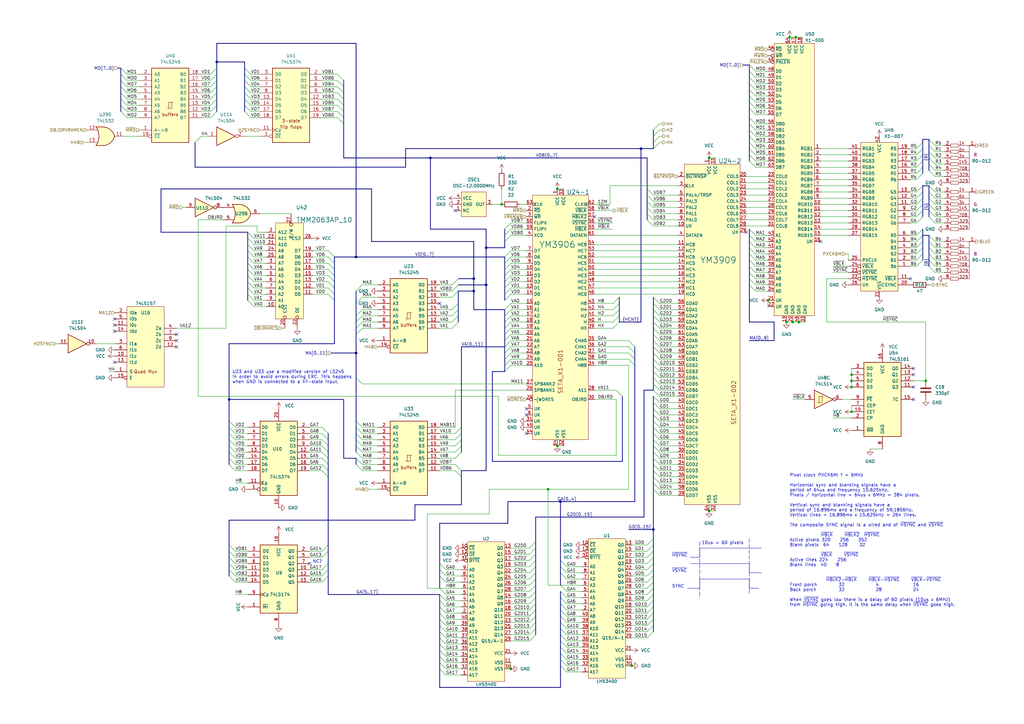
<source format=kicad_sch>
(kicad_sch (version 20211123) (generator eeschema)
  (paper "A3")
  (title_block (title "Insector X - P0-056A") (date "2022-12-06") (company "Ulf Skutnabba, twitter: @skutis77"))
  (bus_alias "G" (members "G[1..5]" "Gb"))
  (bus_alias "B" (members "B[1..5]" "Bb"))
  (bus_alias "HCNT" (members "H" "H2" "H4" "H8" "HX"))
  (bus_alias "R" (members "R[1..5]" "Rb"))
  (junction (at 228.6 182.88))
  (junction (at 88.9 25.4))
  (junction (at 194.31 119.38))
  (junction (at 314.96 123.19))
  (junction (at 176.53 64.77))
  (junction (at 262.89 60.96))
  (junction (at 290.83 209.55))
  (junction (at 259.08 273.05))
  (junction (at 349.25 156.21))
  (junction (at 322.58 132.08))
  (junction (at 349.25 153.67))
  (junction (at 146.05 144.78))
  (junction (at 228.6 77.47))
  (junction (at 326.39 15.24))
  (junction (at 290.83 64.77))
  (junction (at 349.25 158.75))
  (junction (at 323.85 15.24))
  (junction (at 205.74 83.82))
  (junction (at 327.66 132.08))
  (junction (at 209.55 274.32))
  (junction (at 379.73 156.21))
  (junction (at 267.97 217.17))
  (junction (at 194.31 114.3))
  (junction (at 325.12 132.08))
  (junction (at 199.39 101.6))
  (junction (at 229.87 205.74))
  (junction (at 93.98 163.83))
  (junction (at 349.25 168.91))
  (junction (at 199.39 116.84))
  (junction (at 146.05 105.41))
  (junction (at 224.79 200.66))
  (no_connect (at 306.07 95.25))
  (no_connect (at 46.99 130.81))
  (no_connect (at 46.99 133.35))
  (no_connect (at 46.99 135.89))
  (no_connect (at 243.84 88.9))
  (no_connect (at 373.38 114.3))
  (no_connect (at 374.65 158.75))
  (no_connect (at 180.34 124.46))
  (no_connect (at 127 231.14))
  (no_connect (at 215.9 170.18))
  (no_connect (at 374.65 163.83))
  (no_connect (at 336.55 99.06))
  (no_connect (at 215.9 177.8))
  (no_connect (at 186.69 86.36))
  (no_connect (at 374.65 153.67))
  (no_connect (at 72.39 142.24))
  (no_connect (at 72.39 139.7))
  (no_connect (at 72.39 137.16))
  (no_connect (at 215.9 167.64))
  (no_connect (at 46.99 148.59))
  (no_connect (at 374.65 151.13))
  (bus_entry (at 307.34 58.42) (size 2.54 2.54))
  (bus_entry (at 265.43 87.63) (size 2.54 2.54))
  (bus_entry (at 186.69 193.04) (size 2.54 2.54))
  (bus_entry (at 207.01 118.11) (size 2.54 -2.54))
  (bus_entry (at 307.34 50.8) (size 2.54 2.54))
  (bus_entry (at 265.43 231.14) (size 2.54 -2.54))
  (bus_entry (at 267.97 200.66) (size 2.54 2.54))
  (bus_entry (at 93.98 228.6) (size 2.54 2.54))
  (bus_entry (at 180.34 264.16) (size 2.54 2.54))
  (bus_entry (at 93.98 187.96) (size 2.54 2.54))
  (bus_entry (at 307.34 31.75) (size 2.54 2.54))
  (bus_entry (at 49.53 45.72) (size 2.54 2.54))
  (bus_entry (at 267.97 165.1) (size 2.54 2.54))
  (bus_entry (at 138.43 30.48) (size 2.54 2.54))
  (bus_entry (at 265.43 259.08) (size 2.54 -2.54))
  (bus_entry (at 207.01 115.57) (size 2.54 -2.54))
  (bus_entry (at 185.42 119.38) (size 2.54 -2.54))
  (bus_entry (at 229.87 270.51) (size 2.54 2.54))
  (bus_entry (at 375.92 91.44) (size 2.54 -2.54))
  (bus_entry (at 100.33 30.48) (size 2.54 2.54))
  (bus_entry (at 93.98 182.88) (size 2.54 2.54))
  (bus_entry (at 93.98 172.72) (size 2.54 2.54))
  (bus_entry (at 207.01 137.16) (size 2.54 -2.54))
  (bus_entry (at 132.08 177.8) (size 2.54 2.54))
  (bus_entry (at 381 104.14) (size 2.54 2.54))
  (bus_entry (at 229.87 252.73) (size 2.54 2.54))
  (bus_entry (at 185.42 116.84) (size 2.54 -2.54))
  (bus_entry (at 307.34 101.6) (size 2.54 2.54))
  (bus_entry (at 207.01 129.54) (size 2.54 -2.54))
  (bus_entry (at 146.05 132.08) (size 2.54 -2.54))
  (bus_entry (at 381 64.77) (size 2.54 2.54))
  (bus_entry (at 267.97 53.34) (size 2.54 -2.54))
  (bus_entry (at 307.34 96.52) (size 2.54 2.54))
  (bus_entry (at 138.43 40.64) (size 2.54 2.54))
  (bus_entry (at 267.97 190.5) (size 2.54 2.54))
  (bus_entry (at 267.97 175.26) (size 2.54 2.54))
  (bus_entry (at 267.97 142.24) (size 2.54 2.54))
  (bus_entry (at 134.62 107.95) (size 2.54 2.54))
  (bus_entry (at 375.92 99.06) (size 2.54 -2.54))
  (bus_entry (at 101.6 113.03) (size 2.54 2.54))
  (bus_entry (at 267.97 177.8) (size 2.54 2.54))
  (bus_entry (at 265.43 254) (size 2.54 -2.54))
  (bus_entry (at 180.34 231.14) (size 2.54 2.54))
  (bus_entry (at 267.97 152.4) (size 2.54 2.54))
  (bus_entry (at 265.43 241.3) (size 2.54 -2.54))
  (bus_entry (at 375.92 63.5) (size 2.54 -2.54))
  (bus_entry (at 207.01 127) (size 2.54 -2.54))
  (bus_entry (at 307.34 39.37) (size 2.54 2.54))
  (bus_entry (at 185.42 129.54) (size 2.54 -2.54))
  (bus_entry (at 381 67.31) (size 2.54 2.54))
  (bus_entry (at 381 88.9) (size 2.54 2.54))
  (bus_entry (at 101.6 100.33) (size 2.54 2.54))
  (bus_entry (at 381 83.82) (size 2.54 2.54))
  (bus_entry (at 267.97 149.86) (size 2.54 2.54))
  (bus_entry (at 217.17 247.65) (size 2.54 -2.54))
  (bus_entry (at 307.34 106.68) (size 2.54 2.54))
  (bus_entry (at 229.87 234.95) (size 2.54 2.54))
  (bus_entry (at 229.87 247.65) (size 2.54 2.54))
  (bus_entry (at 307.34 111.76) (size 2.54 2.54))
  (bus_entry (at 93.98 190.5) (size 2.54 2.54))
  (bus_entry (at 100.33 40.64) (size 2.54 2.54))
  (bus_entry (at 80.01 58.42) (size 2.54 -2.54))
  (bus_entry (at 49.53 27.94) (size 2.54 2.54))
  (bus_entry (at 185.42 127) (size 2.54 -2.54))
  (bus_entry (at 307.34 116.84) (size 2.54 2.54))
  (bus_entry (at 180.34 269.24) (size 2.54 2.54))
  (bus_entry (at 307.34 44.45) (size 2.54 2.54))
  (bus_entry (at 375.92 86.36) (size 2.54 -2.54))
  (bus_entry (at 265.43 246.38) (size 2.54 -2.54))
  (bus_entry (at 93.98 223.52) (size 2.54 2.54))
  (bus_entry (at 381 109.22) (size 2.54 2.54))
  (bus_entry (at 146.05 129.54) (size 2.54 -2.54))
  (bus_entry (at 267.97 182.88) (size 2.54 2.54))
  (bus_entry (at 217.17 234.95) (size 2.54 -2.54))
  (bus_entry (at 186.69 190.5) (size 2.54 2.54))
  (bus_entry (at 88.9 35.56) (size -2.54 2.54))
  (bus_entry (at 146.05 185.42) (size 2.54 2.54))
  (bus_entry (at 93.98 236.22) (size 2.54 2.54))
  (bus_entry (at 207.01 123.19) (size 2.54 -2.54))
  (bus_entry (at 375.92 104.14) (size 2.54 -2.54))
  (bus_entry (at 93.98 180.34) (size 2.54 2.54))
  (bus_entry (at 186.69 177.8) (size 2.54 -2.54))
  (bus_entry (at 267.97 187.96) (size 2.54 2.54))
  (bus_entry (at 134.62 120.65) (size 2.54 2.54))
  (bus_entry (at 207.01 132.08) (size 2.54 -2.54))
  (bus_entry (at 307.34 114.3) (size 2.54 2.54))
  (bus_entry (at 101.6 107.95) (size 2.54 2.54))
  (bus_entry (at 307.34 26.67) (size 2.54 2.54))
  (bus_entry (at 229.87 242.57) (size 2.54 2.54))
  (bus_entry (at 229.87 267.97) (size 2.54 2.54))
  (bus_entry (at 307.34 34.29) (size 2.54 2.54))
  (bus_entry (at 209.55 91.44) (size -2.54 2.54))
  (bus_entry (at 101.6 97.79) (size 2.54 2.54))
  (bus_entry (at 132.08 190.5) (size 2.54 2.54))
  (bus_entry (at 307.34 41.91) (size 2.54 2.54))
  (bus_entry (at 265.43 261.62) (size 2.54 -2.54))
  (bus_entry (at 132.08 185.42) (size 2.54 2.54))
  (bus_entry (at 146.05 154.94) (size 2.54 2.54))
  (bus_entry (at 180.34 248.92) (size 2.54 2.54))
  (bus_entry (at 100.33 27.94) (size 2.54 2.54))
  (bus_entry (at 180.34 241.3) (size 2.54 2.54))
  (bus_entry (at 49.53 43.18) (size 2.54 2.54))
  (bus_entry (at 93.98 233.68) (size 2.54 2.54))
  (bus_entry (at 207.01 142.24) (size 2.54 -2.54))
  (bus_entry (at 180.34 254) (size 2.54 2.54))
  (bus_entry (at 207.01 120.65) (size 2.54 -2.54))
  (bus_entry (at 180.34 259.08) (size 2.54 2.54))
  (bus_entry (at 381 99.06) (size 2.54 2.54))
  (bus_entry (at 267.97 172.72) (size 2.54 2.54))
  (bus_entry (at 265.43 77.47) (size 2.54 2.54))
  (bus_entry (at 229.87 257.81) (size 2.54 2.54))
  (bus_entry (at 267.97 144.78) (size 2.54 2.54))
  (bus_entry (at 381 59.69) (size 2.54 2.54))
  (bus_entry (at 101.6 115.57) (size 2.54 2.54))
  (bus_entry (at 138.43 45.72) (size 2.54 2.54))
  (bus_entry (at 267.97 137.16) (size 2.54 2.54))
  (bus_entry (at 381 57.15) (size 2.54 2.54))
  (bus_entry (at 186.69 180.34) (size 2.54 -2.54))
  (bus_entry (at 381 62.23) (size 2.54 2.54))
  (bus_entry (at 180.34 246.38) (size 2.54 2.54))
  (bus_entry (at 307.34 66.04) (size 2.54 2.54))
  (bus_entry (at 180.34 233.68) (size 2.54 2.54))
  (bus_entry (at 180.34 251.46) (size 2.54 2.54))
  (bus_entry (at 138.43 33.02) (size 2.54 2.54))
  (bus_entry (at 267.97 198.12) (size 2.54 2.54))
  (bus_entry (at 132.08 233.68) (size 2.54 -2.54))
  (bus_entry (at 375.92 101.6) (size 2.54 -2.54))
  (bus_entry (at 180.34 256.54) (size 2.54 2.54))
  (bus_entry (at 267.97 193.04) (size 2.54 2.54))
  (bus_entry (at 93.98 231.14) (size 2.54 2.54))
  (bus_entry (at 217.17 227.33) (size 2.54 -2.54))
  (bus_entry (at 88.9 40.64) (size -2.54 2.54))
  (bus_entry (at 265.43 256.54) (size 2.54 -2.54))
  (bus_entry (at 267.97 139.7) (size 2.54 2.54))
  (bus_entry (at 217.17 240.03) (size 2.54 -2.54))
  (bus_entry (at 217.17 257.81) (size 2.54 -2.54))
  (bus_entry (at 267.97 60.96) (size 2.54 -2.54))
  (bus_entry (at 180.34 271.78) (size 2.54 2.54))
  (bus_entry (at 381 76.2) (size 2.54 2.54))
  (bus_entry (at 375.92 81.28) (size 2.54 -2.54))
  (bus_entry (at 217.17 237.49) (size 2.54 -2.54))
  (bus_entry (at 146.05 124.46) (size 2.54 -2.54))
  (bus_entry (at 138.43 35.56) (size 2.54 2.54))
  (bus_entry (at 100.33 35.56) (size 2.54 2.54))
  (bus_entry (at 207.01 105.41) (size 2.54 -2.54))
  (bus_entry (at 267.97 124.46) (size 2.54 2.54))
  (bus_entry (at 252.73 160.02) (size 2.54 2.54))
  (bus_entry (at 100.33 45.72) (size 2.54 2.54))
  (bus_entry (at 132.08 175.26) (size 2.54 2.54))
  (bus_entry (at 375.92 73.66) (size 2.54 -2.54))
  (bus_entry (at 186.69 187.96) (size 2.54 -2.54))
  (bus_entry (at 93.98 185.42) (size 2.54 2.54))
  (bus_entry (at 307.34 60.96) (size 2.54 2.54))
  (bus_entry (at 265.43 243.84) (size 2.54 -2.54))
  (bus_entry (at 375.92 60.96) (size 2.54 -2.54))
  (bus_entry (at 180.34 261.62) (size 2.54 2.54))
  (bus_entry (at 381 96.52) (size 2.54 2.54))
  (bus_entry (at 134.62 105.41) (size 2.54 2.54))
  (bus_entry (at 229.87 260.35) (size 2.54 2.54))
  (bus_entry (at 134.62 115.57) (size 2.54 2.54))
  (bus_entry (at 381 81.28) (size 2.54 2.54))
  (bus_entry (at 134.62 118.11) (size 2.54 2.54))
  (bus_entry (at 217.17 242.57) (size 2.54 -2.54))
  (bus_entry (at 207.01 144.78) (size 2.54 -2.54))
  (bus_entry (at 49.53 30.48) (size 2.54 2.54))
  (bus_entry (at 180.34 274.32) (size 2.54 2.54))
  (bus_entry (at 138.43 43.18) (size 2.54 2.54))
  (bus_entry (at 49.53 40.64) (size 2.54 2.54))
  (bus_entry (at 134.62 113.03) (size 2.54 2.54))
  (bus_entry (at 217.17 245.11) (size 2.54 -2.54))
  (bus_entry (at 267.97 58.42) (size 2.54 -2.54))
  (bus_entry (at 134.62 102.87) (size 2.54 2.54))
  (bus_entry (at 381 69.85) (size 2.54 2.54))
  (bus_entry (at 146.05 182.88) (size 2.54 2.54))
  (bus_entry (at 265.43 236.22) (size 2.54 -2.54))
  (bus_entry (at 185.42 121.92) (size 2.54 -2.54))
  (bus_entry (at 267.97 185.42) (size 2.54 2.54))
  (bus_entry (at 257.81 139.7) (size 2.54 2.54))
  (bus_entry (at 229.87 265.43) (size 2.54 2.54))
  (bus_entry (at 307.34 55.88) (size 2.54 2.54))
  (bus_entry (at 217.17 260.35) (size 2.54 -2.54))
  (bus_entry (at 265.43 80.01) (size 2.54 2.54))
  (bus_entry (at 217.17 250.19) (size 2.54 -2.54))
  (bus_entry (at 186.69 185.42) (size 2.54 -2.54))
  (bus_entry (at 185.42 132.08) (size 2.54 -2.54))
  (bus_entry (at 132.08 238.76) (size 2.54 -2.54))
  (bus_entry (at 267.97 180.34) (size 2.54 2.54))
  (bus_entry (at 375.92 106.68) (size 2.54 -2.54))
  (bus_entry (at 267.97 162.56) (size 2.54 2.54))
  (bus_entry (at 132.08 180.34) (size 2.54 2.54))
  (bus_entry (at 229.87 262.89) (size 2.54 2.54))
  (bus_entry (at 307.34 29.21) (size 2.54 2.54))
  (bus_entry (at 307.34 104.14) (size 2.54 2.54))
  (bus_entry (at 146.05 190.5) (size 2.54 2.54))
  (bus_entry (at 180.34 243.84) (size 2.54 2.54))
  (bus_entry (at 267.97 129.54) (size 2.54 2.54))
  (bus_entry (at 101.6 110.49) (size 2.54 2.54))
  (bus_entry (at 381 86.36) (size 2.54 2.54))
  (bus_entry (at 267.97 154.94) (size 2.54 2.54))
  (bus_entry (at 88.9 38.1) (size -2.54 2.54))
  (bus_entry (at 146.05 180.34) (size 2.54 2.54))
  (bus_entry (at 265.43 233.68) (size 2.54 -2.54))
  (bus_entry (at 265.43 85.09) (size 2.54 2.54))
  (bus_entry (at 209.55 96.52) (size -2.54 2.54))
  (bus_entry (at 100.33 33.02) (size 2.54 2.54))
  (bus_entry (at 88.9 27.94) (size -2.54 2.54))
  (bus_entry (at 207.01 113.03) (size 2.54 -2.54))
  (bus_entry (at 101.6 123.19) (size 2.54 2.54))
  (bus_entry (at 93.98 175.26) (size 2.54 2.54))
  (bus_entry (at 49.53 35.56) (size 2.54 2.54))
  (bus_entry (at 88.9 30.48) (size -2.54 2.54))
  (bus_entry (at 49.53 38.1) (size 2.54 2.54))
  (bus_entry (at 207.01 149.86) (size 2.54 -2.54))
  (bus_entry (at 267.97 55.88) (size 2.54 -2.54))
  (bus_entry (at 207.01 107.95) (size 2.54 -2.54))
  (bus_entry (at 375.92 71.12) (size 2.54 -2.54))
  (bus_entry (at 265.43 248.92) (size 2.54 -2.54))
  (bus_entry (at 101.6 95.25) (size 2.54 2.54))
  (bus_entry (at 132.08 182.88) (size 2.54 2.54))
  (bus_entry (at 100.33 38.1) (size 2.54 2.54))
  (bus_entry (at 375.92 88.9) (size 2.54 -2.54))
  (bus_entry (at 217.17 229.87) (size 2.54 -2.54))
  (bus_entry (at 229.87 245.11) (size 2.54 2.54))
  (bus_entry (at 101.6 118.11) (size 2.54 2.54))
  (bus_entry (at 101.6 102.87) (size 2.54 2.54))
  (bus_entry (at 307.34 109.22) (size 2.54 2.54))
  (bus_entry (at 375.92 68.58) (size 2.54 -2.54))
  (bus_entry (at 375.92 66.04) (size 2.54 -2.54))
  (bus_entry (at 180.34 236.22) (size 2.54 2.54))
  (bus_entry (at 207.01 134.62) (size 2.54 -2.54))
  (bus_entry (at 375.92 78.74) (size 2.54 -2.54))
  (bus_entry (at 267.97 147.32) (size 2.54 2.54))
  (bus_entry (at 132.08 228.6) (size 2.54 -2.54))
  (bus_entry (at 217.17 262.89) (size 2.54 -2.54))
  (bus_entry (at 381 101.6) (size 2.54 2.54))
  (bus_entry (at 217.17 252.73) (size 2.54 -2.54))
  (bus_entry (at 132.08 226.06) (size 2.54 -2.54))
  (bus_entry (at 267.97 121.92) (size 2.54 2.54))
  (bus_entry (at 146.05 187.96) (size 2.54 2.54))
  (bus_entry (at 134.62 110.49) (size 2.54 2.54))
  (bus_entry (at 265.43 82.55) (size 2.54 2.54))
  (bus_entry (at 101.6 120.65) (size 2.54 2.54))
  (bus_entry (at 146.05 134.62) (size 2.54 -2.54))
  (bus_entry (at 267.97 134.62) (size 2.54 2.54))
  (bus_entry (at 180.34 266.7) (size 2.54 2.54))
  (bus_entry (at 207.01 139.7) (size 2.54 -2.54))
  (bus_entry (at 138.43 48.26) (size 2.54 2.54))
  (bus_entry (at 217.17 255.27) (size 2.54 -2.54))
  (bus_entry (at 49.53 33.02) (size 2.54 2.54))
  (bus_entry (at 209.55 93.98) (size -2.54 2.54))
  (bus_entry (at 257.81 144.78) (size 2.54 2.54))
  (bus_entry (at 257.81 147.32) (size 2.54 2.54))
  (bus_entry (at 257.81 142.24) (size 2.54 2.54))
  (bus_entry (at 217.17 224.79) (size 2.54 -2.54))
  (bus_entry (at 88.9 45.72) (size -2.54 2.54))
  (bus_entry (at 251.46 132.08) (size 2.54 -2.54))
  (bus_entry (at 251.46 129.54) (size 2.54 -2.54))
  (bus_entry (at 251.46 127) (size 2.54 -2.54))
  (bus_entry (at 251.46 134.62) (size 2.54 -2.54))
  (bus_entry (at 251.46 124.46) (size 2.54 -2.54))
  (bus_entry (at 93.98 226.06) (size 2.54 2.54))
  (bus_entry (at 229.87 240.03) (size 2.54 2.54))
  (bus_entry (at 307.34 93.98) (size 2.54 2.54))
  (bus_entry (at 381 106.68) (size 2.54 2.54))
  (bus_entry (at 265.43 223.52) (size 2.54 -2.54))
  (bus_entry (at 146.05 177.8) (size 2.54 2.54))
  (bus_entry (at 88.9 43.18) (size -2.54 2.54))
  (bus_entry (at 307.34 63.5) (size 2.54 2.54))
  (bus_entry (at 146.05 172.72) (size 2.54 2.54))
  (bus_entry (at 132.08 236.22) (size 2.54 -2.54))
  (bus_entry (at 186.69 182.88) (size 2.54 -2.54))
  (bus_entry (at 229.87 273.05) (size 2.54 2.54))
  (bus_entry (at 132.08 193.04) (size 2.54 2.54))
  (bus_entry (at 132.08 187.96) (size 2.54 2.54))
  (bus_entry (at 307.34 36.83) (size 2.54 2.54))
  (bus_entry (at 229.87 250.19) (size 2.54 2.54))
  (bus_entry (at 265.43 90.17) (size 2.54 2.54))
  (bus_entry (at 265.43 226.06) (size 2.54 -2.54))
  (bus_entry (at 265.43 251.46) (size 2.54 -2.54))
  (bus_entry (at 229.87 229.87) (size 2.54 2.54))
  (bus_entry (at 267.97 195.58) (size 2.54 2.54))
  (bus_entry (at 381 78.74) (size 2.54 2.54))
  (bus_entry (at 267.97 167.64) (size 2.54 2.54))
  (bus_entry (at 307.34 99.06) (size 2.54 2.54))
  (bus_entry (at 146.05 175.26) (size 2.54 2.54))
  (bus_entry (at 100.33 43.18) (size 2.54 2.54))
  (bus_entry (at 93.98 177.8) (size 2.54 2.54))
  (bus_entry (at 265.43 238.76) (size 2.54 -2.54))
  (bus_entry (at 207.01 110.49) (size 2.54 -2.54))
  (bus_entry (at 375.92 83.82) (size 2.54 -2.54))
  (bus_entry (at 375.92 96.52) (size 2.54 -2.54))
  (bus_entry (at 267.97 170.18) (size 2.54 2.54))
  (bus_entry (at 267.97 160.02) (size 2.54 2.54))
  (bus_entry (at 138.43 38.1) (size 2.54 2.54))
  (bus_entry (at 267.97 157.48) (size 2.54 2.54))
  (bus_entry (at 307.34 48.26) (size 2.54 2.54))
  (bus_entry (at 267.97 132.08) (size 2.54 2.54))
  (bus_entry (at 146.05 119.38) (size 2.54 -2.54))
  (bus_entry (at 265.43 228.6) (size 2.54 -2.54))
  (bus_entry (at 207.01 147.32) (size 2.54 -2.54))
  (bus_entry (at 146.05 137.16) (size 2.54 -2.54))
  (bus_entry (at 217.17 232.41) (size 2.54 -2.54))
  (bus_entry (at 229.87 255.27) (size 2.54 2.54))
  (bus_entry (at 229.87 232.41) (size 2.54 2.54))
  (bus_entry (at 185.42 134.62) (size 2.54 -2.54))
  (bus_entry (at 267.97 127) (size 2.54 2.54))
  (bus_entry (at 207.01 152.4) (size 2.54 -2.54))
  (bus_entry (at 375.92 109.22) (size 2.54 -2.54))
  (bus_entry (at 307.34 53.34) (size 2.54 2.54))
  (bus_entry (at 101.6 105.41) (size 2.54 2.54))
  (bus_entry (at 88.9 33.02) (size -2.54 2.54))
  (bus (pts (xy 207.01 115.57) (xy 207.01 118.11)))
  (bus (pts (xy 229.87 255.27) (xy 229.87 257.81)))
  (wire (pts (xy 180.34 132.08) (xy 185.42 132.08)))
  (wire (pts (xy 105.41 92.71) (xy 105.41 95.25)))
  (wire (pts (xy 309.88 39.37) (xy 314.96 39.37)))
  (wire (pts (xy 270.51 160.02) (xy 278.13 160.02)))
  (wire (pts (xy 309.88 66.04) (xy 314.96 66.04)))
  (bus (pts (xy 307.34 58.42) (xy 307.34 55.88)))
  (wire (pts (xy 34.29 58.42) (xy 35.56 58.42)))
  (wire (pts (xy 336.55 68.58) (xy 347.98 68.58)))
  (bus (pts (xy 307.34 101.6) (xy 307.34 99.06)))
  (wire (pts (xy 373.38 83.82) (xy 375.92 83.82)))
  (wire (pts (xy 102.87 48.26) (xy 106.68 48.26)))
  (wire (pts (xy 270.51 195.58) (xy 278.13 195.58)))
  (wire (pts (xy 336.55 81.28) (xy 347.98 81.28)))
  (bus (pts (xy 207.01 93.98) (xy 207.01 96.52)))
  (bus (pts (xy 381 96.52) (xy 381 99.06)))
  (bus (pts (xy 207.01 118.11) (xy 207.01 120.65)))
  (bus (pts (xy 134.62 231.14) (xy 134.62 233.68)))
  (bus (pts (xy 267.97 157.48) (xy 267.97 160.02)))
  (wire (pts (xy 243.84 107.95) (xy 278.13 107.95)))
  (wire (pts (xy 243.84 139.7) (xy 257.81 139.7)))
  (wire (pts (xy 259.08 251.46) (xy 265.43 251.46)))
  (bus (pts (xy 140.97 38.1) (xy 140.97 40.64)))
  (wire (pts (xy 209.55 132.08) (xy 215.9 132.08)))
  (polyline (pts (xy 283.21 228.6) (xy 287.02 228.6)) (stroke (width 0) (type solid)))
  (wire (pts (xy 127 236.22) (xy 132.08 236.22)))
  (wire (pts (xy 132.08 35.56) (xy 138.43 35.56)))
  (bus (pts (xy 134.62 190.5) (xy 134.62 193.04)))
  (wire (pts (xy 373.38 81.28) (xy 375.92 81.28)))
  (bus (pts (xy 101.6 118.11) (xy 101.6 115.57)))
  (bus (pts (xy 378.46 66.04) (xy 378.46 63.5)))
  (wire (pts (xy 128.27 105.41) (xy 134.62 105.41)))
  (wire (pts (xy 127 187.96) (xy 132.08 187.96)))
  (bus (pts (xy 134.62 223.52) (xy 134.62 226.06)))
  (wire (pts (xy 132.08 33.02) (xy 138.43 33.02)))
  (bus (pts (xy 255.27 162.56) (xy 255.27 189.23)))
  (bus (pts (xy 381 83.82) (xy 381 86.36)))
  (bus (pts (xy 207.01 99.06) (xy 207.01 101.6)))
  (wire (pts (xy 259.08 233.68) (xy 265.43 233.68)))
  (bus (pts (xy 267.97 198.12) (xy 267.97 200.66)))
  (bus (pts (xy 194.31 99.06) (xy 194.31 114.3)))
  (wire (pts (xy 267.97 90.17) (xy 278.13 90.17)))
  (wire (pts (xy 383.54 81.28) (xy 387.35 81.28)))
  (wire (pts (xy 215.9 160.02) (xy 186.69 160.02)))
  (wire (pts (xy 96.52 182.88) (xy 101.6 182.88)))
  (wire (pts (xy 373.38 73.66) (xy 375.92 73.66)))
  (wire (pts (xy 349.25 151.13) (xy 349.25 153.67)))
  (wire (pts (xy 81.28 162.56) (xy 204.47 162.56)))
  (bus (pts (xy 307.34 36.83) (xy 307.34 34.29)))
  (wire (pts (xy 209.55 271.78) (xy 209.55 274.32)))
  (wire (pts (xy 270.51 167.64) (xy 278.13 167.64)))
  (bus (pts (xy 49.53 30.48) (xy 49.53 27.94)))
  (bus (pts (xy 88.9 43.18) (xy 88.9 45.72)))
  (bus (pts (xy 187.96 129.54) (xy 187.96 132.08)))
  (bus (pts (xy 260.35 149.86) (xy 260.35 205.74)))
  (wire (pts (xy 383.54 106.68) (xy 387.35 106.68)))
  (wire (pts (xy 209.55 227.33) (xy 217.17 227.33)))
  (bus (pts (xy 267.97 217.17) (xy 267.97 220.98)))
  (wire (pts (xy 180.34 121.92) (xy 185.42 121.92)))
  (bus (pts (xy 101.6 105.41) (xy 101.6 102.87)))
  (wire (pts (xy 182.88 261.62) (xy 189.23 261.62)))
  (bus (pts (xy 378.46 86.36) (xy 378.46 83.82)))
  (bus (pts (xy 267.97 124.46) (xy 267.97 127)))
  (bus (pts (xy 146.05 17.78) (xy 88.9 17.78)))
  (wire (pts (xy 349.25 156.21) (xy 349.25 158.75)))
  (wire (pts (xy 314.96 123.19) (xy 314.96 125.73)))
  (wire (pts (xy 104.14 115.57) (xy 109.22 115.57)))
  (bus (pts (xy 265.43 87.63) (xy 265.43 85.09)))
  (bus (pts (xy 307.34 114.3) (xy 307.34 111.76)))
  (wire (pts (xy 102.87 30.48) (xy 106.68 30.48)))
  (bus (pts (xy 101.6 123.19) (xy 101.6 120.65)))
  (wire (pts (xy 259.08 243.84) (xy 265.43 243.84)))
  (wire (pts (xy 309.88 31.75) (xy 314.96 31.75)))
  (bus (pts (xy 219.71 212.09) (xy 219.71 222.25)))
  (bus (pts (xy 257.81 217.17) (xy 267.97 217.17)))
  (bus (pts (xy 199.39 93.98) (xy 176.53 93.98)))
  (wire (pts (xy 290.83 209.55) (xy 293.37 209.55)))
  (bus (pts (xy 93.98 180.34) (xy 93.98 177.8)))
  (bus (pts (xy 229.87 232.41) (xy 229.87 234.95)))
  (bus (pts (xy 88.9 30.48) (xy 88.9 33.02)))
  (bus (pts (xy 93.98 213.36) (xy 170.18 213.36)))
  (wire (pts (xy 373.38 86.36) (xy 375.92 86.36)))
  (bus (pts (xy 267.97 139.7) (xy 267.97 142.24)))
  (wire (pts (xy 96.52 228.6) (xy 101.6 228.6)))
  (wire (pts (xy 232.41 234.95) (xy 238.76 234.95)))
  (bus (pts (xy 49.53 40.64) (xy 49.53 38.1)))
  (wire (pts (xy 309.88 96.52) (xy 314.96 96.52)))
  (bus (pts (xy 307.34 66.04) (xy 307.34 63.5)))
  (bus (pts (xy 146.05 190.5) (xy 146.05 187.96)))
  (wire (pts (xy 306.07 77.47) (xy 314.96 77.47)))
  (bus (pts (xy 199.39 101.6) (xy 199.39 116.84)))
  (bus (pts (xy 93.98 233.68) (xy 93.98 236.22)))
  (wire (pts (xy 209.55 137.16) (xy 215.9 137.16)))
  (wire (pts (xy 270.51 185.42) (xy 278.13 185.42)))
  (wire (pts (xy 336.55 91.44) (xy 347.98 91.44)))
  (bus (pts (xy 88.9 38.1) (xy 88.9 40.64)))
  (wire (pts (xy 104.14 113.03) (xy 109.22 113.03)))
  (wire (pts (xy 148.59 187.96) (xy 154.94 187.96)))
  (wire (pts (xy 243.84 86.36) (xy 251.46 86.36)))
  (bus (pts (xy 381 104.14) (xy 381 106.68)))
  (wire (pts (xy 336.55 86.36) (xy 347.98 86.36)))
  (bus (pts (xy 101.6 100.33) (xy 101.6 97.79)))
  (bus (pts (xy 189.23 185.42) (xy 189.23 182.88)))
  (bus (pts (xy 180.34 266.7) (xy 180.34 269.24)))
  (wire (pts (xy 270.51 187.96) (xy 278.13 187.96)))
  (bus (pts (xy 264.16 160.02) (xy 267.97 160.02)))
  (bus (pts (xy 134.62 187.96) (xy 134.62 190.5)))
  (bus (pts (xy 180.34 251.46) (xy 180.34 254)))
  (wire (pts (xy 209.55 245.11) (xy 217.17 245.11)))
  (bus (pts (xy 49.53 35.56) (xy 49.53 33.02)))
  (wire (pts (xy 243.84 147.32) (xy 257.81 147.32)))
  (bus (pts (xy 381 101.6) (xy 381 104.14)))
  (wire (pts (xy 309.88 119.38) (xy 314.96 119.38)))
  (wire (pts (xy 127 226.06) (xy 132.08 226.06)))
  (wire (pts (xy 232.41 242.57) (xy 238.76 242.57)))
  (wire (pts (xy 180.34 180.34) (xy 186.69 180.34)))
  (bus (pts (xy 208.28 214.63) (xy 208.28 205.74)))
  (wire (pts (xy 252.73 186.69) (xy 204.47 186.69)))
  (wire (pts (xy 270.51 175.26) (xy 278.13 175.26)))
  (wire (pts (xy 243.84 93.98) (xy 251.46 93.98)))
  (wire (pts (xy 309.88 111.76) (xy 314.96 111.76)))
  (bus (pts (xy 134.62 226.06) (xy 134.62 231.14)))
  (wire (pts (xy 148.59 134.62) (xy 154.94 134.62)))
  (bus (pts (xy 146.05 180.34) (xy 146.05 177.8)))
  (wire (pts (xy 186.69 160.02) (xy 186.69 175.26)))
  (wire (pts (xy 127 180.34) (xy 132.08 180.34)))
  (wire (pts (xy 309.88 99.06) (xy 314.96 99.06)))
  (wire (pts (xy 74.93 85.09) (xy 76.2 85.09)))
  (bus (pts (xy 134.62 182.88) (xy 134.62 185.42)))
  (bus (pts (xy 267.97 152.4) (xy 267.97 154.94)))
  (bus (pts (xy 267.97 223.52) (xy 267.97 226.06)))
  (wire (pts (xy 182.88 271.78) (xy 189.23 271.78)))
  (bus (pts (xy 134.62 233.68) (xy 134.62 236.22)))
  (wire (pts (xy 128.27 115.57) (xy 134.62 115.57)))
  (wire (pts (xy 127 228.6) (xy 132.08 228.6)))
  (bus (pts (xy 307.34 63.5) (xy 307.34 60.96)))
  (wire (pts (xy 209.55 139.7) (xy 215.9 139.7)))
  (bus (pts (xy 66.04 77.47) (xy 66.04 95.25)))
  (wire (pts (xy 270.51 137.16) (xy 278.13 137.16)))
  (wire (pts (xy 209.55 110.49) (xy 215.9 110.49)))
  (bus (pts (xy 88.9 27.94) (xy 88.9 30.48)))
  (bus (pts (xy 88.9 40.64) (xy 88.9 43.18)))
  (wire (pts (xy 96.52 177.8) (xy 101.6 177.8)))
  (bus (pts (xy 49.53 33.02) (xy 49.53 30.48)))
  (wire (pts (xy 180.34 129.54) (xy 185.42 129.54)))
  (wire (pts (xy 52.07 48.26) (xy 57.15 48.26)))
  (bus (pts (xy 219.71 245.11) (xy 219.71 242.57)))
  (bus (pts (xy 180.34 214.63) (xy 208.28 214.63)))
  (bus (pts (xy 137.16 107.95) (xy 137.16 110.49)))
  (bus (pts (xy 88.9 17.78) (xy 88.9 25.4)))
  (bus (pts (xy 307.34 31.75) (xy 307.34 29.21)))
  (bus (pts (xy 207.01 132.08) (xy 207.01 134.62)))
  (wire (pts (xy 345.44 163.83) (xy 349.25 163.83)))
  (wire (pts (xy 209.55 247.65) (xy 217.17 247.65)))
  (wire (pts (xy 336.55 93.98) (xy 347.98 93.98)))
  (wire (pts (xy 309.88 44.45) (xy 314.96 44.45)))
  (bus (pts (xy 180.34 261.62) (xy 180.34 264.16)))
  (bus (pts (xy 229.87 257.81) (xy 229.87 260.35)))
  (wire (pts (xy 383.54 62.23) (xy 387.35 62.23)))
  (wire (pts (xy 270.51 165.1) (xy 278.13 165.1)))
  (bus (pts (xy 307.34 132.08) (xy 307.34 116.84)))
  (bus (pts (xy 267.97 238.76) (xy 267.97 241.3)))
  (wire (pts (xy 180.34 134.62) (xy 185.42 134.62)))
  (bus (pts (xy 267.97 58.42) (xy 267.97 60.96)))
  (wire (pts (xy 175.26 210.82) (xy 175.26 241.3)))
  (wire (pts (xy 309.88 58.42) (xy 314.96 58.42)))
  (bus (pts (xy 207.01 120.65) (xy 207.01 123.19)))
  (wire (pts (xy 180.34 187.96) (xy 186.69 187.96)))
  (wire (pts (xy 209.55 260.35) (xy 217.17 260.35)))
  (bus (pts (xy 137.16 105.41) (xy 146.05 105.41)))
  (wire (pts (xy 104.14 105.41) (xy 109.22 105.41)))
  (wire (pts (xy 232.41 270.51) (xy 238.76 270.51)))
  (wire (pts (xy 270.51 154.94) (xy 278.13 154.94)))
  (bus (pts (xy 267.97 248.92) (xy 267.97 251.46)))
  (bus (pts (xy 378.46 96.52) (xy 378.46 93.98)))
  (wire (pts (xy 383.54 64.77) (xy 387.35 64.77)))
  (bus (pts (xy 381 57.15) (xy 378.46 57.15)))
  (wire (pts (xy 270.51 193.04) (xy 278.13 193.04)))
  (wire (pts (xy 232.41 257.81) (xy 238.76 257.81)))
  (wire (pts (xy 383.54 101.6) (xy 387.35 101.6)))
  (wire (pts (xy 180.34 116.84) (xy 185.42 116.84)))
  (bus (pts (xy 207.01 149.86) (xy 207.01 152.4)))
  (bus (pts (xy 180.34 269.24) (xy 180.34 271.78)))
  (wire (pts (xy 232.41 267.97) (xy 238.76 267.97)))
  (bus (pts (xy 100.33 35.56) (xy 100.33 38.1)))
  (wire (pts (xy 243.84 113.03) (xy 278.13 113.03)))
  (wire (pts (xy 96.52 175.26) (xy 101.6 175.26)))
  (bus (pts (xy 88.9 27.94) (xy 88.9 25.4)))
  (wire (pts (xy 243.84 129.54) (xy 251.46 129.54)))
  (wire (pts (xy 209.55 229.87) (xy 217.17 229.87)))
  (bus (pts (xy 207.01 127) (xy 207.01 129.54)))
  (wire (pts (xy 373.38 96.52) (xy 375.92 96.52)))
  (wire (pts (xy 81.28 162.56) (xy 81.28 90.17)))
  (wire (pts (xy 336.55 63.5) (xy 347.98 63.5)))
  (polyline (pts (xy 307.34 234.95) (xy 312.42 234.95)) (stroke (width 0) (type solid)))
  (bus (pts (xy 254 121.92) (xy 254 124.46)))
  (wire (pts (xy 309.88 101.6) (xy 314.96 101.6)))
  (bus (pts (xy 254 127) (xy 254 129.54)))
  (wire (pts (xy 209.55 124.46) (xy 215.9 124.46)))
  (bus (pts (xy 307.34 44.45) (xy 307.34 41.91)))
  (bus (pts (xy 199.39 116.84) (xy 199.39 193.04)))
  (wire (pts (xy 209.55 149.86) (xy 215.9 149.86)))
  (wire (pts (xy 383.54 109.22) (xy 387.35 109.22)))
  (wire (pts (xy 102.87 35.56) (xy 106.68 35.56)))
  (wire (pts (xy 243.84 149.86) (xy 257.81 149.86)))
  (bus (pts (xy 88.9 35.56) (xy 88.9 38.1)))
  (wire (pts (xy 252.73 163.83) (xy 252.73 186.69)))
  (wire (pts (xy 232.41 232.41) (xy 238.76 232.41)))
  (wire (pts (xy 148.59 116.84) (xy 154.94 116.84)))
  (wire (pts (xy 259.08 226.06) (xy 265.43 226.06)))
  (bus (pts (xy 207.01 142.24) (xy 207.01 144.78)))
  (wire (pts (xy 267.97 85.09) (xy 278.13 85.09)))
  (bus (pts (xy 194.31 119.38) (xy 194.31 127)))
  (wire (pts (xy 306.07 92.71) (xy 314.96 92.71)))
  (wire (pts (xy 306.07 87.63) (xy 314.96 87.63)))
  (bus (pts (xy 229.87 242.57) (xy 229.87 245.11)))
  (wire (pts (xy 309.88 116.84) (xy 314.96 116.84)))
  (wire (pts (xy 209.55 240.03) (xy 217.17 240.03)))
  (wire (pts (xy 309.88 106.68) (xy 314.96 106.68)))
  (wire (pts (xy 309.88 34.29) (xy 314.96 34.29)))
  (bus (pts (xy 267.97 182.88) (xy 267.97 185.42)))
  (wire (pts (xy 209.55 144.78) (xy 215.9 144.78)))
  (bus (pts (xy 207.01 129.54) (xy 207.01 132.08)))
  (bus (pts (xy 378.46 57.15) (xy 378.46 58.42)))
  (wire (pts (xy 209.55 105.41) (xy 215.9 105.41)))
  (bus (pts (xy 93.98 187.96) (xy 93.98 185.42)))
  (wire (pts (xy 306.07 85.09) (xy 314.96 85.09)))
  (bus (pts (xy 189.23 195.58) (xy 189.23 207.01)))
  (bus (pts (xy 189.23 195.58) (xy 189.23 193.04)))
  (wire (pts (xy 243.84 132.08) (xy 251.46 132.08)))
  (wire (pts (xy 243.84 144.78) (xy 257.81 144.78)))
  (wire (pts (xy 182.88 243.84) (xy 189.23 243.84)))
  (bus (pts (xy 194.31 114.3) (xy 194.31 119.38)))
  (wire (pts (xy 209.55 237.49) (xy 217.17 237.49)))
  (wire (pts (xy 383.54 83.82) (xy 387.35 83.82)))
  (bus (pts (xy 381 99.06) (xy 381 101.6)))
  (wire (pts (xy 290.83 64.77) (xy 293.37 64.77)))
  (wire (pts (xy 373.38 78.74) (xy 375.92 78.74)))
  (bus (pts (xy 93.98 163.83) (xy 93.98 172.72)))
  (wire (pts (xy 327.66 132.08) (xy 330.2 132.08)))
  (wire (pts (xy 339.09 132.08) (xy 379.73 132.08)))
  (bus (pts (xy 208.28 205.74) (xy 229.87 205.74)))
  (bus (pts (xy 180.34 248.92) (xy 180.34 251.46)))
  (bus (pts (xy 166.37 60.96) (xy 166.37 68.58)))
  (wire (pts (xy 148.59 121.92) (xy 154.94 121.92)))
  (wire (pts (xy 309.88 68.58) (xy 314.96 68.58)))
  (wire (pts (xy 82.55 55.88) (xy 85.09 55.88)))
  (bus (pts (xy 146.05 187.96) (xy 140.97 187.96)))
  (wire (pts (xy 306.07 82.55) (xy 314.96 82.55)))
  (bus (pts (xy 307.34 96.52) (xy 307.34 99.06)))
  (wire (pts (xy 270.51 149.86) (xy 278.13 149.86)))
  (bus (pts (xy 219.71 240.03) (xy 219.71 237.49)))
  (wire (pts (xy 96.52 236.22) (xy 101.6 236.22)))
  (bus (pts (xy 267.97 121.92) (xy 267.97 124.46)))
  (bus (pts (xy 307.34 60.96) (xy 307.34 58.42)))
  (bus (pts (xy 137.16 120.65) (xy 137.16 123.19)))
  (bus (pts (xy 262.89 60.96) (xy 262.89 132.08)))
  (wire (pts (xy 336.55 76.2) (xy 347.98 76.2)))
  (wire (pts (xy 104.14 100.33) (xy 109.22 100.33)))
  (wire (pts (xy 259.08 259.08) (xy 265.43 259.08)))
  (wire (pts (xy 182.88 248.92) (xy 189.23 248.92)))
  (bus (pts (xy 265.43 64.77) (xy 265.43 77.47)))
  (wire (pts (xy 373.38 71.12) (xy 375.92 71.12)))
  (bus (pts (xy 146.05 129.54) (xy 146.05 132.08)))
  (bus (pts (xy 135.89 144.78) (xy 146.05 144.78)))
  (wire (pts (xy 104.14 118.11) (xy 109.22 118.11)))
  (bus (pts (xy 307.34 139.7) (xy 317.5 139.7)))
  (wire (pts (xy 232.41 250.19) (xy 238.76 250.19)))
  (bus (pts (xy 265.43 82.55) (xy 265.43 80.01)))
  (bus (pts (xy 140.97 64.77) (xy 176.53 64.77)))
  (bus (pts (xy 267.97 177.8) (xy 267.97 180.34)))
  (bus (pts (xy 267.97 154.94) (xy 267.97 157.48)))
  (bus (pts (xy 137.16 115.57) (xy 137.16 118.11)))
  (bus (pts (xy 267.97 134.62) (xy 267.97 137.16)))
  (bus (pts (xy 137.16 118.11) (xy 137.16 120.65)))
  (bus (pts (xy 317.5 132.08) (xy 307.34 132.08)))
  (bus (pts (xy 100.33 38.1) (xy 100.33 40.64)))
  (bus (pts (xy 219.71 247.65) (xy 219.71 245.11)))
  (bus (pts (xy 170.18 207.01) (xy 189.23 207.01)))
  (bus (pts (xy 101.6 102.87) (xy 101.6 100.33)))
  (wire (pts (xy 209.55 255.27) (xy 217.17 255.27)))
  (bus (pts (xy 176.53 64.77) (xy 176.53 93.98)))
  (wire (pts (xy 96.52 233.68) (xy 101.6 233.68)))
  (wire (pts (xy 132.08 30.48) (xy 138.43 30.48)))
  (bus (pts (xy 180.34 281.94) (xy 229.87 281.94)))
  (wire (pts (xy 243.84 120.65) (xy 278.13 120.65)))
  (wire (pts (xy 232.41 275.59) (xy 238.76 275.59)))
  (bus (pts (xy 180.34 274.32) (xy 180.34 281.94)))
  (bus (pts (xy 207.01 107.95) (xy 207.01 110.49)))
  (wire (pts (xy 336.55 71.12) (xy 347.98 71.12)))
  (bus (pts (xy 229.87 260.35) (xy 229.87 262.89)))
  (bus (pts (xy 49.53 43.18) (xy 49.53 40.64)))
  (wire (pts (xy 270.51 190.5) (xy 278.13 190.5)))
  (wire (pts (xy 373.38 66.04) (xy 375.92 66.04)))
  (wire (pts (xy 209.55 142.24) (xy 215.9 142.24)))
  (wire (pts (xy 243.84 163.83) (xy 252.73 163.83)))
  (wire (pts (xy 243.84 91.44) (xy 251.46 91.44)))
  (wire (pts (xy 232.41 262.89) (xy 238.76 262.89)))
  (bus (pts (xy 381 64.77) (xy 381 62.23)))
  (bus (pts (xy 378.46 104.14) (xy 378.46 101.6)))
  (bus (pts (xy 140.97 40.64) (xy 140.97 43.18)))
  (wire (pts (xy 224.79 240.03) (xy 224.79 200.66)))
  (bus (pts (xy 187.96 119.38) (xy 187.96 124.46)))
  (bus (pts (xy 180.34 246.38) (xy 180.34 248.92)))
  (polyline (pts (xy 287.02 222.25) (xy 287.02 245.11)))
  (wire (pts (xy 52.07 43.18) (xy 57.15 43.18)))
  (bus (pts (xy 267.97 170.18) (xy 267.97 172.72)))
  (wire (pts (xy 373.38 68.58) (xy 375.92 68.58)))
  (wire (pts (xy 309.88 114.3) (xy 314.96 114.3)))
  (wire (pts (xy 243.84 110.49) (xy 278.13 110.49)))
  (wire (pts (xy 182.88 254) (xy 189.23 254)))
  (wire (pts (xy 132.08 45.72) (xy 138.43 45.72)))
  (wire (pts (xy 128.27 102.87) (xy 134.62 102.87)))
  (wire (pts (xy 201.93 83.82) (xy 205.74 83.82)))
  (wire (pts (xy 115.57 134.62) (xy 116.84 134.62)))
  (bus (pts (xy 101.6 113.03) (xy 101.6 110.49)))
  (bus (pts (xy 219.71 255.27) (xy 219.71 252.73)))
  (bus (pts (xy 146.05 119.38) (xy 146.05 124.46)))
  (bus (pts (xy 207.01 110.49) (xy 207.01 113.03)))
  (bus (pts (xy 101.6 110.49) (xy 101.6 107.95)))
  (bus (pts (xy 140.97 43.18) (xy 140.97 45.72)))
  (wire (pts (xy 270.51 58.42) (xy 271.78 58.42)))
  (bus (pts (xy 93.98 190.5) (xy 93.98 187.96)))
  (bus (pts (xy 194.31 127) (xy 207.01 127)))
  (wire (pts (xy 259.08 270.51) (xy 259.08 273.05)))
  (bus (pts (xy 146.05 17.78) (xy 146.05 105.41)))
  (wire (pts (xy 102.87 40.64) (xy 106.68 40.64)))
  (bus (pts (xy 381 67.31) (xy 381 64.77)))
  (wire (pts (xy 259.08 228.6) (xy 265.43 228.6)))
  (bus (pts (xy 260.35 142.24) (xy 260.35 144.78)))
  (wire (pts (xy 270.51 162.56) (xy 278.13 162.56)))
  (wire (pts (xy 309.88 109.22) (xy 314.96 109.22)))
  (wire (pts (xy 259.08 236.22) (xy 265.43 236.22)))
  (bus (pts (xy 307.34 41.91) (xy 307.34 39.37)))
  (wire (pts (xy 267.97 92.71) (xy 278.13 92.71)))
  (wire (pts (xy 209.55 120.65) (xy 215.9 120.65)))
  (wire (pts (xy 373.38 99.06) (xy 375.92 99.06)))
  (bus (pts (xy 170.18 213.36) (xy 170.18 207.01)))
  (bus (pts (xy 267.97 226.06) (xy 267.97 228.6)))
  (wire (pts (xy 128.27 120.65) (xy 134.62 120.65)))
  (wire (pts (xy 270.51 129.54) (xy 278.13 129.54)))
  (wire (pts (xy 306.07 80.01) (xy 314.96 80.01)))
  (bus (pts (xy 267.97 144.78) (xy 267.97 147.32)))
  (bus (pts (xy 180.34 231.14) (xy 180.34 214.63)))
  (wire (pts (xy 92.71 134.62) (xy 92.71 92.71)))
  (bus (pts (xy 93.98 177.8) (xy 93.98 175.26)))
  (wire (pts (xy 243.84 83.82) (xy 250.19 83.82)))
  (wire (pts (xy 82.55 45.72) (xy 86.36 45.72)))
  (wire (pts (xy 270.51 177.8) (xy 278.13 177.8)))
  (wire (pts (xy 270.51 55.88) (xy 271.78 55.88)))
  (bus (pts (xy 229.87 247.65) (xy 229.87 250.19)))
  (bus (pts (xy 134.62 243.84) (xy 180.34 243.84)))
  (bus (pts (xy 207.01 144.78) (xy 207.01 147.32)))
  (bus (pts (xy 381 69.85) (xy 381 67.31)))
  (bus (pts (xy 137.16 105.41) (xy 137.16 107.95)))
  (wire (pts (xy 228.6 77.47) (xy 231.14 77.47)))
  (bus (pts (xy 304.8 26.67) (xy 307.34 26.67)))
  (wire (pts (xy 228.6 182.88) (xy 231.14 182.88)))
  (wire (pts (xy 270.51 124.46) (xy 278.13 124.46)))
  (bus (pts (xy 229.87 250.19) (xy 229.87 252.73)))
  (wire (pts (xy 132.08 38.1) (xy 138.43 38.1)))
  (bus (pts (xy 254 132.08) (xy 262.89 132.08)))
  (wire (pts (xy 270.51 198.12) (xy 278.13 198.12)))
  (wire (pts (xy 22.86 140.97) (xy 24.13 140.97)))
  (bus (pts (xy 140.97 64.77) (xy 140.97 50.8)))
  (wire (pts (xy 209.55 250.19) (xy 217.17 250.19)))
  (wire (pts (xy 104.14 97.79) (xy 109.22 97.79)))
  (wire (pts (xy 309.88 63.5) (xy 314.96 63.5)))
  (wire (pts (xy 148.59 177.8) (xy 154.94 177.8)))
  (bus (pts (xy 378.46 81.28) (xy 378.46 78.74)))
  (polyline (pts (xy 287.02 228.6) (xy 287.02 224.79)) (stroke (width 0) (type solid)))
  (wire (pts (xy 132.08 48.26) (xy 138.43 48.26)))
  (wire (pts (xy 200.66 210.82) (xy 175.26 210.82)))
  (wire (pts (xy 270.51 152.4) (xy 278.13 152.4)))
  (wire (pts (xy 209.55 134.62) (xy 215.9 134.62)))
  (wire (pts (xy 209.55 102.87) (xy 215.9 102.87)))
  (wire (pts (xy 127 190.5) (xy 132.08 190.5)))
  (bus (pts (xy 207.01 137.16) (xy 207.01 139.7)))
  (wire (pts (xy 127 193.04) (xy 132.08 193.04)))
  (bus (pts (xy 93.98 231.14) (xy 93.98 233.68)))
  (bus (pts (xy 267.97 246.38) (xy 267.97 248.92)))
  (wire (pts (xy 128.27 110.49) (xy 134.62 110.49)))
  (bus (pts (xy 267.97 233.68) (xy 267.97 236.22)))
  (wire (pts (xy 383.54 99.06) (xy 387.35 99.06)))
  (wire (pts (xy 209.55 129.54) (xy 215.9 129.54)))
  (wire (pts (xy 341.63 171.45) (xy 349.25 171.45)))
  (bus (pts (xy 219.71 227.33) (xy 219.71 224.79)))
  (polyline (pts (xy 287.02 237.49) (xy 307.34 237.49)) (stroke (width 0) (type solid)))
  (bus (pts (xy 229.87 267.97) (xy 229.87 270.51)))
  (wire (pts (xy 209.55 93.98) (xy 215.9 93.98)))
  (wire (pts (xy 336.55 78.74) (xy 347.98 78.74)))
  (wire (pts (xy 148.59 190.5) (xy 154.94 190.5)))
  (bus (pts (xy 229.87 234.95) (xy 229.87 240.03)))
  (wire (pts (xy 148.59 180.34) (xy 154.94 180.34)))
  (bus (pts (xy 140.97 163.83) (xy 140.97 187.96)))
  (wire (pts (xy 182.88 251.46) (xy 189.23 251.46)))
  (wire (pts (xy 92.71 92.71) (xy 105.41 92.71)))
  (wire (pts (xy 270.51 50.8) (xy 271.78 50.8)))
  (wire (pts (xy 259.08 254) (xy 265.43 254)))
  (wire (pts (xy 325.12 132.08) (xy 327.66 132.08)))
  (wire (pts (xy 96.52 198.12) (xy 101.6 198.12)))
  (wire (pts (xy 243.84 142.24) (xy 257.81 142.24)))
  (wire (pts (xy 259.08 256.54) (xy 265.43 256.54)))
  (wire (pts (xy 257.81 200.66) (xy 257.81 149.86)))
  (wire (pts (xy 383.54 104.14) (xy 387.35 104.14)))
  (bus (pts (xy 307.34 109.22) (xy 307.34 106.68)))
  (wire (pts (xy 82.55 48.26) (xy 86.36 48.26)))
  (wire (pts (xy 270.51 200.66) (xy 278.13 200.66)))
  (wire (pts (xy 82.55 30.48) (xy 86.36 30.48)))
  (bus (pts (xy 93.98 223.52) (xy 93.98 226.06)))
  (wire (pts (xy 243.84 102.87) (xy 278.13 102.87)))
  (bus (pts (xy 140.97 48.26) (xy 140.97 50.8)))
  (wire (pts (xy 383.54 72.39) (xy 387.35 72.39)))
  (wire (pts (xy 132.08 40.64) (xy 138.43 40.64)))
  (bus (pts (xy 207.01 113.03) (xy 207.01 115.57)))
  (bus (pts (xy 267.97 193.04) (xy 267.97 195.58)))
  (wire (pts (xy 232.41 245.11) (xy 238.76 245.11)))
  (wire (pts (xy 182.88 236.22) (xy 189.23 236.22)))
  (wire (pts (xy 243.84 100.33) (xy 278.13 100.33)))
  (bus (pts (xy 267.97 129.54) (xy 267.97 132.08)))
  (wire (pts (xy 270.51 172.72) (xy 278.13 172.72)))
  (bus (pts (xy 140.97 33.02) (xy 140.97 35.56)))
  (wire (pts (xy 182.88 269.24) (xy 189.23 269.24)))
  (wire (pts (xy 383.54 111.76) (xy 387.35 111.76)))
  (bus (pts (xy 88.9 25.4) (xy 100.33 25.4)))
  (wire (pts (xy 336.55 73.66) (xy 347.98 73.66)))
  (wire (pts (xy 104.14 123.19) (xy 109.22 123.19)))
  (wire (pts (xy 326.39 15.24) (xy 328.93 15.24)))
  (wire (pts (xy 232.41 273.05) (xy 238.76 273.05)))
  (wire (pts (xy 270.51 127) (xy 278.13 127)))
  (bus (pts (xy 180.34 254) (xy 180.34 256.54)))
  (bus (pts (xy 307.34 55.88) (xy 307.34 53.34)))
  (wire (pts (xy 50.8 55.88) (xy 57.15 55.88)))
  (bus (pts (xy 267.97 256.54) (xy 267.97 259.08)))
  (wire (pts (xy 309.88 41.91) (xy 314.96 41.91)))
  (bus (pts (xy 49.53 38.1) (xy 49.53 35.56)))
  (bus (pts (xy 307.34 111.76) (xy 307.34 109.22)))
  (bus (pts (xy 265.43 85.09) (xy 265.43 82.55)))
  (bus (pts (xy 187.96 124.46) (xy 187.96 127)))
  (bus (pts (xy 260.35 147.32) (xy 260.35 149.86)))
  (bus (pts (xy 180.34 243.84) (xy 180.34 246.38)))
  (bus (pts (xy 180.34 259.08) (xy 180.34 261.62)))
  (wire (pts (xy 102.87 43.18) (xy 106.68 43.18)))
  (bus (pts (xy 378.46 71.12) (xy 378.46 68.58)))
  (bus (pts (xy 207.01 139.7) (xy 207.01 142.24)))
  (wire (pts (xy 270.51 134.62) (xy 278.13 134.62)))
  (bus (pts (xy 254 124.46) (xy 254 127)))
  (wire (pts (xy 209.55 107.95) (xy 215.9 107.95)))
  (wire (pts (xy 270.51 147.32) (xy 278.13 147.32)))
  (wire (pts (xy 96.52 190.5) (xy 101.6 190.5)))
  (bus (pts (xy 267.97 165.1) (xy 267.97 167.64)))
  (bus (pts (xy 187.96 127) (xy 187.96 129.54)))
  (wire (pts (xy 224.79 200.66) (xy 200.66 200.66)))
  (wire (pts (xy 52.07 40.64) (xy 57.15 40.64)))
  (wire (pts (xy 259.08 241.3) (xy 265.43 241.3)))
  (bus (pts (xy 307.34 104.14) (xy 307.34 101.6)))
  (wire (pts (xy 104.14 102.87) (xy 109.22 102.87)))
  (wire (pts (xy 127 185.42) (xy 132.08 185.42)))
  (bus (pts (xy 101.6 107.95) (xy 101.6 105.41)))
  (wire (pts (xy 373.38 106.68) (xy 375.92 106.68)))
  (bus (pts (xy 93.98 140.97) (xy 137.16 140.97)))
  (bus (pts (xy 260.35 144.78) (xy 260.35 147.32)))
  (bus (pts (xy 267.97 55.88) (xy 267.97 58.42)))
  (bus (pts (xy 166.37 68.58) (xy 80.01 68.58)))
  (bus (pts (xy 137.16 110.49) (xy 137.16 113.03)))
  (wire (pts (xy 383.54 86.36) (xy 387.35 86.36)))
  (wire (pts (xy 309.88 29.21) (xy 314.96 29.21)))
  (wire (pts (xy 259.08 248.92) (xy 265.43 248.92)))
  (wire (pts (xy 182.88 256.54) (xy 189.23 256.54)))
  (wire (pts (xy 205.74 77.47) (xy 205.74 83.82)))
  (wire (pts (xy 128.27 113.03) (xy 134.62 113.03)))
  (bus (pts (xy 48.26 27.94) (xy 49.53 27.94)))
  (wire (pts (xy 243.84 134.62) (xy 251.46 134.62)))
  (wire (pts (xy 148.59 127) (xy 154.94 127)))
  (wire (pts (xy 232.41 260.35) (xy 238.76 260.35)))
  (bus (pts (xy 378.46 78.74) (xy 378.46 76.2)))
  (bus (pts (xy 137.16 123.19) (xy 137.16 140.97)))
  (wire (pts (xy 243.84 118.11) (xy 278.13 118.11)))
  (wire (pts (xy 243.84 105.41) (xy 278.13 105.41)))
  (bus (pts (xy 140.97 45.72) (xy 140.97 48.26)))
  (wire (pts (xy 182.88 233.68) (xy 189.23 233.68)))
  (bus (pts (xy 378.46 99.06) (xy 378.46 96.52)))
  (wire (pts (xy 148.59 132.08) (xy 154.94 132.08)))
  (bus (pts (xy 267.97 175.26) (xy 267.97 177.8)))
  (wire (pts (xy 309.88 53.34) (xy 314.96 53.34)))
  (bus (pts (xy 207.01 134.62) (xy 207.01 137.16)))
  (wire (pts (xy 322.58 132.08) (xy 325.12 132.08)))
  (wire (pts (xy 209.55 113.03) (xy 215.9 113.03)))
  (wire (pts (xy 232.41 265.43) (xy 238.76 265.43)))
  (bus (pts (xy 229.87 229.87) (xy 229.87 232.41)))
  (bus (pts (xy 307.34 34.29) (xy 307.34 31.75)))
  (wire (pts (xy 128.27 118.11) (xy 134.62 118.11)))
  (bus (pts (xy 93.98 226.06) (xy 93.98 228.6)))
  (wire (pts (xy 270.51 182.88) (xy 278.13 182.88)))
  (bus (pts (xy 381 62.23) (xy 381 59.69)))
  (wire (pts (xy 148.59 193.04) (xy 154.94 193.04)))
  (bus (pts (xy 146.05 182.88) (xy 146.05 180.34)))
  (wire (pts (xy 82.55 43.18) (xy 86.36 43.18)))
  (bus (pts (xy 378.46 63.5) (xy 378.46 60.96)))
  (wire (pts (xy 148.59 129.54) (xy 154.94 129.54)))
  (wire (pts (xy 373.38 109.22) (xy 375.92 109.22)))
  (bus (pts (xy 101.6 120.65) (xy 101.6 118.11)))
  (bus (pts (xy 146.05 172.72) (xy 146.05 175.26)))
  (bus (pts (xy 189.23 180.34) (xy 189.23 177.8)))
  (bus (pts (xy 267.97 243.84) (xy 267.97 246.38)))
  (bus (pts (xy 207.01 147.32) (xy 207.01 149.86)))
  (bus (pts (xy 229.87 270.51) (xy 229.87 273.05)))
  (bus (pts (xy 93.98 175.26) (xy 93.98 172.72)))
  (bus (pts (xy 307.34 106.68) (xy 307.34 104.14)))
  (bus (pts (xy 199.39 101.6) (xy 199.39 93.98)))
  (bus (pts (xy 267.97 187.96) (xy 267.97 190.5)))
  (bus (pts (xy 180.34 236.22) (xy 180.34 233.68)))
  (bus (pts (xy 189.23 142.24) (xy 189.23 175.26)))
  (bus (pts (xy 180.34 256.54) (xy 180.34 259.08)))
  (bus (pts (xy 265.43 90.17) (xy 265.43 87.63)))
  (bus (pts (xy 100.33 25.4) (xy 100.33 27.94)))
  (bus (pts (xy 137.16 113.03) (xy 137.16 115.57)))
  (wire (pts (xy 325.12 163.83) (xy 330.2 163.83)))
  (wire (pts (xy 52.07 30.48) (xy 57.15 30.48)))
  (bus (pts (xy 317.5 139.7) (xy 317.5 132.08)))
  (wire (pts (xy 224.79 200.66) (xy 257.81 200.66)))
  (bus (pts (xy 93.98 140.97) (xy 93.98 163.83)))
  (bus (pts (xy 381 81.28) (xy 381 83.82)))
  (bus (pts (xy 134.62 180.34) (xy 134.62 182.88)))
  (bus (pts (xy 146.05 185.42) (xy 146.05 182.88)))
  (wire (pts (xy 383.54 67.31) (xy 387.35 67.31)))
  (wire (pts (xy 270.51 180.34) (xy 278.13 180.34)))
  (wire (pts (xy 82.55 40.64) (xy 86.36 40.64)))
  (wire (pts (xy 180.34 185.42) (xy 186.69 185.42)))
  (bus (pts (xy 307.34 93.98) (xy 307.34 96.52)))
  (wire (pts (xy 209.55 127) (xy 215.9 127)))
  (bus (pts (xy 381 78.74) (xy 381 81.28)))
  (wire (pts (xy 232.41 255.27) (xy 238.76 255.27)))
  (bus (pts (xy 267.97 53.34) (xy 267.97 55.88)))
  (bus (pts (xy 146.05 124.46) (xy 146.05 129.54)))
  (wire (pts (xy 209.55 115.57) (xy 215.9 115.57)))
  (wire (pts (xy 182.88 246.38) (xy 189.23 246.38)))
  (wire (pts (xy 132.08 43.18) (xy 138.43 43.18)))
  (wire (pts (xy 270.51 170.18) (xy 278.13 170.18)))
  (wire (pts (xy 127 238.76) (xy 132.08 238.76)))
  (bus (pts (xy 189.23 142.24) (xy 207.01 142.24)))
  (wire (pts (xy 209.55 147.32) (xy 215.9 147.32)))
  (wire (pts (xy 232.41 252.73) (xy 238.76 252.73)))
  (wire (pts (xy 127 175.26) (xy 132.08 175.26)))
  (bus (pts (xy 134.62 193.04) (xy 134.62 195.58)))
  (bus (pts (xy 187.96 116.84) (xy 199.39 116.84)))
  (wire (pts (xy 127 177.8) (xy 132.08 177.8)))
  (bus (pts (xy 134.62 185.42) (xy 134.62 187.96)))
  (bus (pts (xy 262.89 60.96) (xy 166.37 60.96)))
  (wire (pts (xy 104.14 110.49) (xy 109.22 110.49)))
  (bus (pts (xy 146.05 137.16) (xy 146.05 144.78)))
  (wire (pts (xy 102.87 33.02) (xy 106.68 33.02)))
  (polyline (pts (xy 281.94 241.3) (xy 287.02 241.3)) (stroke (width 0) (type solid)))
  (wire (pts (xy 373.38 91.44) (xy 375.92 91.44)))
  (wire (pts (xy 373.38 104.14) (xy 375.92 104.14)))
  (bus (pts (xy 93.98 185.42) (xy 93.98 182.88)))
  (bus (pts (xy 146.05 177.8) (xy 146.05 175.26)))
  (wire (pts (xy 96.52 193.04) (xy 101.6 193.04)))
  (bus (pts (xy 176.53 64.77) (xy 265.43 64.77)))
  (wire (pts (xy 383.54 91.44) (xy 387.35 91.44)))
  (wire (pts (xy 373.38 60.96) (xy 375.92 60.96)))
  (wire (pts (xy 44.45 152.4) (xy 46.99 152.4)))
  (bus (pts (xy 267.97 127) (xy 267.97 129.54)))
  (bus (pts (xy 267.97 254) (xy 267.97 256.54)))
  (bus (pts (xy 219.71 212.09) (xy 264.16 212.09)))
  (wire (pts (xy 309.88 60.96) (xy 314.96 60.96)))
  (wire (pts (xy 243.84 115.57) (xy 278.13 115.57)))
  (wire (pts (xy 82.55 38.1) (xy 86.36 38.1)))
  (wire (pts (xy 105.41 95.25) (xy 109.22 95.25)))
  (wire (pts (xy 209.55 252.73) (xy 217.17 252.73)))
  (wire (pts (xy 180.34 119.38) (xy 185.42 119.38)))
  (bus (pts (xy 378.46 68.58) (xy 378.46 66.04)))
  (wire (pts (xy 373.38 101.6) (xy 375.92 101.6)))
  (wire (pts (xy 209.55 234.95) (xy 217.17 234.95)))
  (wire (pts (xy 180.34 193.04) (xy 186.69 193.04)))
  (wire (pts (xy 148.59 185.42) (xy 154.94 185.42)))
  (bus (pts (xy 219.71 232.41) (xy 219.71 229.87)))
  (wire (pts (xy 270.51 157.48) (xy 278.13 157.48)))
  (wire (pts (xy 347.98 104.14) (xy 347.98 106.68)))
  (wire (pts (xy 39.37 140.97) (xy 46.99 140.97)))
  (wire (pts (xy 309.88 36.83) (xy 314.96 36.83)))
  (bus (pts (xy 229.87 205.74) (xy 260.35 205.74)))
  (bus (pts (xy 134.62 177.8) (xy 134.62 180.34)))
  (bus (pts (xy 378.46 83.82) (xy 378.46 81.28)))
  (wire (pts (xy 323.85 15.24) (xy 326.39 15.24)))
  (wire (pts (xy 180.34 190.5) (xy 186.69 190.5)))
  (bus (pts (xy 152.4 99.06) (xy 194.31 99.06)))
  (bus (pts (xy 100.33 33.02) (xy 100.33 35.56)))
  (wire (pts (xy 182.88 264.16) (xy 189.23 264.16)))
  (wire (pts (xy 361.95 184.15) (xy 356.87 184.15)))
  (bus (pts (xy 229.87 265.43) (xy 229.87 267.97)))
  (wire (pts (xy 100.33 55.88) (xy 106.68 55.88)))
  (wire (pts (xy 270.51 132.08) (xy 278.13 132.08)))
  (wire (pts (xy 204.47 186.69) (xy 204.47 162.56)))
  (wire (pts (xy 180.34 177.8) (xy 186.69 177.8)))
  (bus (pts (xy 93.98 228.6) (xy 93.98 231.14)))
  (bus (pts (xy 146.05 134.62) (xy 146.05 137.16)))
  (wire (pts (xy 182.88 274.32) (xy 189.23 274.32)))
  (wire (pts (xy 346.71 104.14) (xy 347.98 104.14)))
  (bus (pts (xy 229.87 205.74) (xy 229.87 229.87)))
  (polyline (pts (xy 307.34 234.95) (xy 307.34 231.14)) (stroke (width 0) (type solid)))
  (wire (pts (xy 148.59 157.48) (xy 215.9 157.48)))
  (wire (pts (xy 180.34 182.88) (xy 186.69 182.88)))
  (wire (pts (xy 180.34 241.3) (xy 189.23 241.3)))
  (wire (pts (xy 259.08 238.76) (xy 265.43 238.76)))
  (bus (pts (xy 267.97 251.46) (xy 267.97 254)))
  (bus (pts (xy 267.97 167.64) (xy 267.97 170.18)))
  (bus (pts (xy 180.34 233.68) (xy 180.34 231.14)))
  (bus (pts (xy 207.01 96.52) (xy 207.01 99.06)))
  (bus (pts (xy 267.97 147.32) (xy 267.97 149.86)))
  (wire (pts (xy 127 233.68) (xy 132.08 233.68)))
  (wire (pts (xy 309.88 50.8) (xy 314.96 50.8)))
  (bus (pts (xy 100.33 27.94) (xy 100.33 30.48)))
  (bus (pts (xy 267.97 200.66) (xy 267.97 217.17)))
  (wire (pts (xy 349.25 153.67) (xy 349.25 156.21)))
  (wire (pts (xy 96.52 185.42) (xy 101.6 185.42)))
  (bus (pts (xy 381 76.2) (xy 381 78.74)))
  (wire (pts (xy 270.51 53.34) (xy 271.78 53.34)))
  (bus (pts (xy 267.97 180.34) (xy 267.97 182.88)))
  (wire (pts (xy 243.84 160.02) (xy 252.73 160.02)))
  (wire (pts (xy 229.87 240.03) (xy 238.76 240.03)))
  (wire (pts (xy 102.87 45.72) (xy 106.68 45.72)))
  (wire (pts (xy 151.13 200.66) (xy 154.94 200.66)))
  (bus (pts (xy 201.93 152.4) (xy 207.01 152.4)))
  (bus (pts (xy 88.9 33.02) (xy 88.9 35.56)))
  (wire (pts (xy 209.55 224.79) (xy 217.17 224.79)))
  (wire (pts (xy 200.66 200.66) (xy 200.66 210.82)))
  (wire (pts (xy 336.55 88.9) (xy 347.98 88.9)))
  (wire (pts (xy 52.07 38.1) (xy 57.15 38.1)))
  (wire (pts (xy 209.55 96.52) (xy 215.9 96.52)))
  (bus (pts (xy 267.97 185.42) (xy 267.97 187.96)))
  (bus (pts (xy 267.97 142.24) (xy 267.97 144.78)))
  (bus (pts (xy 381 59.69) (xy 381 57.15)))
  (wire (pts (xy 182.88 266.7) (xy 189.23 266.7)))
  (wire (pts (xy 270.51 142.24) (xy 278.13 142.24)))
  (wire (pts (xy 209.55 118.11) (xy 215.9 118.11)))
  (bus (pts (xy 262.89 60.96) (xy 267.97 60.96)))
  (bus (pts (xy 307.34 29.21) (xy 307.34 26.67)))
  (bus (pts (xy 101.6 115.57) (xy 101.6 113.03)))
  (wire (pts (xy 379.73 132.08) (xy 379.73 156.21)))
  (bus (pts (xy 93.98 163.83) (xy 140.97 163.83)))
  (bus (pts (xy 219.71 237.49) (xy 219.71 234.95)))
  (bus (pts (xy 307.34 53.34) (xy 307.34 50.8)))
  (wire (pts (xy 213.36 83.82) (xy 215.9 83.82)))
  (wire (pts (xy 52.07 33.02) (xy 57.15 33.02)))
  (bus (pts (xy 219.71 242.57) (xy 219.71 240.03)))
  (wire (pts (xy 209.55 262.89) (xy 217.17 262.89)))
  (bus (pts (xy 307.34 48.26) (xy 307.34 44.45)))
  (wire (pts (xy 259.08 246.38) (xy 265.43 246.38)))
  (wire (pts (xy 341.63 109.22) (xy 347.98 109.22)))
  (wire (pts (xy 96.52 231.14) (xy 101.6 231.14)))
  (wire (pts (xy 52.07 35.56) (xy 57.15 35.56)))
  (bus (pts (xy 146.05 144.78) (xy 146.05 154.94)))
  (bus (pts (xy 267.97 236.22) (xy 267.97 238.76)))
  (bus (pts (xy 189.23 193.04) (xy 199.39 193.04)))
  (wire (pts (xy 128.27 107.95) (xy 134.62 107.95)))
  (bus (pts (xy 267.97 162.56) (xy 267.97 165.1)))
  (bus (pts (xy 146.05 132.08) (xy 146.05 134.62)))
  (bus (pts (xy 307.34 50.8) (xy 307.34 48.26)))
  (wire (pts (xy 148.59 182.88) (xy 154.94 182.88)))
  (wire (pts (xy 383.54 78.74) (xy 387.35 78.74)))
  (wire (pts (xy 180.34 127) (xy 185.42 127)))
  (bus (pts (xy 381 106.68) (xy 381 109.22)))
  (polyline (pts (xy 287.02 241.3) (xy 287.02 237.49)) (stroke (width 0) (type solid)))
  (wire (pts (xy 148.59 175.26) (xy 154.94 175.26)))
  (bus (pts (xy 219.71 260.35) (xy 219.71 257.81)))
  (polyline (pts (xy 307.34 241.3) (xy 307.34 237.49)) (stroke (width 0) (type solid)))
  (wire (pts (xy 259.08 231.14) (xy 265.43 231.14)))
  (bus (pts (xy 134.62 195.58) (xy 134.62 223.52)))
  (bus (pts (xy 229.87 262.89) (xy 229.87 265.43)))
  (wire (pts (xy 306.07 90.17) (xy 314.96 90.17)))
  (wire (pts (xy 82.55 35.56) (xy 86.36 35.56)))
  (bus (pts (xy 378.46 60.96) (xy 378.46 58.42)))
  (wire (pts (xy 232.41 247.65) (xy 238.76 247.65)))
  (bus (pts (xy 189.23 182.88) (xy 189.23 180.34)))
  (wire (pts (xy 96.52 187.96) (xy 101.6 187.96)))
  (wire (pts (xy 270.51 144.78) (xy 278.13 144.78)))
  (wire (pts (xy 209.55 257.81) (xy 217.17 257.81)))
  (bus (pts (xy 49.53 45.72) (xy 49.53 43.18)))
  (bus (pts (xy 378.46 88.9) (xy 378.46 86.36)))
  (wire (pts (xy 374.65 156.21) (xy 379.73 156.21)))
  (wire (pts (xy 96.52 238.76) (xy 101.6 238.76)))
  (polyline (pts (xy 307.34 241.3) (xy 311.15 241.3)) (stroke (width 0) (type solid)))
  (bus (pts (xy 378.46 76.2) (xy 381 76.2)))
  (wire (pts (xy 72.39 134.62) (xy 92.71 134.62)))
  (wire (pts (xy 243.84 127) (xy 251.46 127)))
  (bus (pts (xy 152.4 77.47) (xy 152.4 99.06)))
  (bus (pts (xy 378.46 106.68) (xy 378.46 104.14)))
  (wire (pts (xy 309.88 104.14) (xy 314.96 104.14)))
  (bus (pts (xy 93.98 182.88) (xy 93.98 180.34)))
  (bus (pts (xy 378.46 96.52) (xy 381 96.52)))
  (wire (pts (xy 250.19 76.2) (xy 278.13 76.2)))
  (bus (pts (xy 100.33 40.64) (xy 100.33 43.18)))
  (bus (pts (xy 267.97 231.14) (xy 267.97 233.68)))
  (bus (pts (xy 229.87 252.73) (xy 229.87 255.27)))
  (wire (pts (xy 339.09 132.08) (xy 339.09 114.3)))
  (wire (pts (xy 306.07 72.39) (xy 314.96 72.39)))
  (bus (pts (xy 207.01 101.6) (xy 199.39 101.6)))
  (wire (pts (xy 341.63 111.76) (xy 347.98 111.76)))
  (wire (pts (xy 243.84 124.46) (xy 251.46 124.46)))
  (bus (pts (xy 66.04 77.47) (xy 152.4 77.47)))
  (wire (pts (xy 96.52 226.06) (xy 101.6 226.06)))
  (wire (pts (xy 383.54 69.85) (xy 387.35 69.85)))
  (wire (pts (xy 349.25 166.37) (xy 349.25 168.91)))
  (bus (pts (xy 381 86.36) (xy 381 88.9)))
  (wire (pts (xy 259.08 261.62) (xy 265.43 261.62)))
  (wire (pts (xy 175.26 241.3) (xy 180.34 241.3)))
  (bus (pts (xy 180.34 264.16) (xy 180.34 266.7)))
  (wire (pts (xy 336.55 66.04) (xy 347.98 66.04)))
  (bus (pts (xy 134.62 236.22) (xy 134.62 243.84)))
  (wire (pts (xy 250.19 83.82) (xy 250.19 76.2)))
  (wire (pts (xy 52.07 45.72) (xy 57.15 45.72)))
  (polyline (pts (xy 283.21 231.14) (xy 307.34 231.14)) (stroke (width 0) (type solid)))
  (wire (pts (xy 104.14 120.65) (xy 109.22 120.65)))
  (wire (pts (xy 336.55 60.96) (xy 347.98 60.96)))
  (wire (pts (xy 96.52 243.84) (xy 101.6 243.84)))
  (wire (pts (xy 106.68 87.63) (xy 119.38 87.63)))
  (wire (pts (xy 229.87 240.03) (xy 224.79 240.03)))
  (bus (pts (xy 219.71 257.81) (xy 219.71 255.27)))
  (polyline (pts (xy 287.02 224.79) (xy 312.42 224.79)) (stroke (width 0) (type solid)))
  (bus (pts (xy 219.71 224.79) (xy 219.71 222.25)))
  (wire (pts (xy 383.54 59.69) (xy 387.35 59.69)))
  (bus (pts (xy 255.27 189.23) (xy 201.93 189.23)))
  (bus (pts (xy 229.87 245.11) (xy 229.87 247.65)))
  (bus (pts (xy 207.01 105.41) (xy 207.01 107.95)))
  (wire (pts (xy 306.07 74.93) (xy 314.96 74.93)))
  (wire (pts (xy 270.51 203.2) (xy 278.13 203.2)))
  (wire (pts (xy 373.38 63.5) (xy 375.92 63.5)))
  (wire (pts (xy 209.55 242.57) (xy 217.17 242.57)))
  (bus (pts (xy 265.43 80.01) (xy 265.43 77.47)))
  (bus (pts (xy 201.93 189.23) (xy 201.93 152.4)))
  (bus (pts (xy 267.97 220.98) (xy 267.97 223.52)))
  (bus (pts (xy 307.34 116.84) (xy 307.34 114.3)))
  (wire (pts (xy 81.28 90.17) (xy 91.44 90.17)))
  (wire (pts (xy 127 182.88) (xy 132.08 182.88)))
  (bus (pts (xy 180.34 236.22) (xy 180.34 241.3)))
  (wire (pts (xy 209.55 91.44) (xy 215.9 91.44)))
  (bus (pts (xy 101.6 95.25) (xy 66.04 95.25)))
  (wire (pts (xy 182.88 276.86) (xy 189.23 276.86)))
  (wire (pts (xy 209.55 232.41) (xy 217.17 232.41)))
  (bus (pts (xy 267.97 241.3) (xy 267.97 243.84)))
  (bus (pts (xy 219.71 234.95) (xy 219.71 232.41)))
  (bus (pts (xy 267.97 132.08) (xy 267.97 134.62)))
  (bus (pts (xy 219.71 229.87) (xy 219.71 227.33)))
  (wire (pts (xy 336.55 83.82) (xy 347.98 83.82)))
  (wire (pts (xy 270.51 139.7) (xy 278.13 139.7)))
  (wire (pts (xy 383.54 88.9) (xy 387.35 88.9)))
  (bus (pts (xy 219.71 252.73) (xy 219.71 250.19)))
  (polyline (pts (xy 307.34 220.98) (xy 307.34 243.84)))
  (bus (pts (xy 140.97 35.56) (xy 140.97 38.1)))
  (bus (pts (xy 146.05 105.41) (xy 207.01 105.41)))
  (wire (pts (xy 267.97 87.63) (xy 278.13 87.63)))
  (bus (pts (xy 267.97 172.72) (xy 267.97 175.26)))
  (wire (pts (xy 373.38 88.9) (xy 375.92 88.9)))
  (bus (pts (xy 264.16 160.02) (xy 264.16 212.09)))
  (bus (pts (xy 180.34 271.78) (xy 180.34 274.32)))
  (bus (pts (xy 219.71 250.19) (xy 219.71 247.65)))
  (bus (pts (xy 93.98 213.36) (xy 93.98 223.52)))
  (wire (pts (xy 336.55 96.52) (xy 347.98 96.52)))
  (wire (pts (xy 309.88 55.88) (xy 314.96 55.88)))
  (bus (pts (xy 101.6 97.79) (xy 101.6 95.25)))
  (bus (pts (xy 267.97 137.16) (xy 267.97 139.7)))
  (bus (pts (xy 100.33 30.48) (xy 100.33 33.02)))
  (wire (pts (xy 104.14 107.95) (xy 109.22 107.95)))
  (wire (pts (xy 102.87 38.1) (xy 106.68 38.1)))
  (wire (pts (xy 339.09 114.3) (xy 347.98 114.3)))
  (bus (pts (xy 229.87 281.94) (xy 229.87 273.05)))
  (bus (pts (xy 146.05 154.94) (xy 146.05 172.72)))
  (wire (pts (xy 82.55 33.02) (xy 86.36 33.02)))
  (wire (pts (xy 267.97 82.55) (xy 278.13 82.55)))
  (bus (pts (xy 189.23 177.8) (xy 189.23 175.26)))
  (wire (pts (xy 96.52 180.34) (xy 101.6 180.34)))
  (wire (pts (xy 182.88 259.08) (xy 189.23 259.08)))
  (wire (pts (xy 104.14 125.73) (xy 109.22 125.73)))
  (bus (pts (xy 267.97 190.5) (xy 267.97 193.04)))
  (bus (pts (xy 187.96 119.38) (xy 194.31 119.38)))
  (wire (pts (xy 182.88 238.76) (xy 189.23 238.76)))
  (wire (pts (xy 259.08 223.52) (xy 265.43 223.52)))
  (wire (pts (xy 232.41 237.49) (xy 238.76 237.49)))
  (wire (pts (xy 180.34 175.26) (xy 186.69 175.26)))
  (bus (pts (xy 100.33 43.18) (xy 100.33 45.72)))
  (bus (pts (xy 267.97 149.86) (xy 267.97 152.4)))
  (bus (pts (xy 378.46 101.6) (xy 378.46 99.06)))
  (wire (pts (xy 382.27 116.84) (xy 381 116.84)))
  (wire (pts (xy 309.88 46.99) (xy 314.96 46.99)))
  (bus (pts (xy 267.97 228.6) (xy 267.97 231.14)))
  (bus (pts (xy 307.34 39.37) (xy 307.34 36.83)))
  (wire (pts (xy 243.84 96.52) (xy 278.13 96.52)))
  (bus (pts (xy 267.97 195.58) (xy 267.97 198.12)))
  (bus (pts (xy 80.01 58.42) (xy 80.01 68.58)))
  (bus (pts (xy 254 129.54) (xy 254 132.08)))
  (bus (pts (xy 187.96 114.3) (xy 194.31 114.3)))
  (wire (pts (xy 267.97 80.01) (xy 278.13 80.01)))
  (text "SYNC" (at 275.59 241.3 0) (effects (font (size 1.27 1.27)) (justify left bottom)))
  (text "Pixel clock PXCK6M: f = 6MHz\n\nHorizontal sync and blanking signals have a\nperiod of 64us and frequency 15.625kHz.\nPixels / horizontal line = 64us x 6MHz = 384 pixels.\n\nVertical sync and blanking signals have a\nperiod of 16.896ms and a frequency of 59.1856Hz.\nVertical lines = 16.896ms x 15.625kHz = 264 lines.\n\nThe composite SYNC signal is a wired and of ~{HSYNC} and ~{VSYNC}\n\n		   ~{HBLK}	~{HBLK2}  ~{HSYNC}\nActive pixels 320    256    352\nBlank pixels  64    128     32\n\n		   ~{VBLK}	~{VSYNC}\nActive lines 224    256\nBlank lines  40    8\n\n\n			~{HBLK2}-~{HBLK}	~{HBLK}-~{HSYNC}	~{VBLK}-~{VSYNC}\nFront porch		32			4			16\nBack porch		32			28			24\n\nWhen ~{VSYNC} goes low there is a delay of 60 pixels (10us x 6MHz)\nfrom ~{HSYNC} going high. It is the same delay when ~{VSYNC} goes high." (at 323.85 248.92 0) (effects (font (size 1.27 1.27)) (justify left bottom)))
  (text "~{HSYNC}" (at 275.59 228.6 0) (effects (font (size 1.27 1.27)) (justify left bottom)))
  (text "NC?\n" (at 128.27 231.14 0) (effects (font (size 1.27 1.27)) (justify left bottom)))
  (text "~{VSYNC}" (at 275.59 234.95 0) (effects (font (size 1.27 1.27)) (justify left bottom)))
  (text "U23 and U33 use a modified version of LS245\nin order to avoid errors during ERC. This happens\nwhen GND is connected to a tri-state input." (at 95.25 157.48 0) (effects (font (size 1.27 1.27)) (justify left bottom)))
  (text "10us = 60 pixels" (at 287.7688 223.52 0) (effects (font (size 1.27 1.27)) (justify left bottom)))
  (label "MA11" (at 148.59 175.26 0))
  (label "GA9" (at 232.41 255.27 0))
  (label "GA[5..17]" (at 146.05 243.84 0))
  (label "GD1" (at 260.35 226.06 0))
  (label "VD6" (at 102.87 33.02 0))
  (label "MD0" (at 52.07 33.02 0))
  (label "GD13" (at 260.35 256.54 0))
  (label "GA17" (at 127 233.68 0))
  (label "GA1" (at 182.88 236.22 0))
  (label "GD12" (at 270.51 195.58 0))
  (label "G2D4" (at 210.82 234.95 0))
  (label "GA13" (at 182.88 266.7 0))
  (label "GA13" (at 232.41 265.43 0))
  (label "Gb" (at 383.54 78.74 0))
  (label "VA5" (at 209.55 137.16 0))
  (label "VA7" (at 104.14 107.95 0))
  (label "VD5" (at 209.55 107.95 0))
  (label "H4" (at 245.11 127 0))
  (label "VDB5" (at 267.97 85.09 0))
  (label "GA6" (at 232.41 247.65 0))
  (label "G2D7" (at 270.51 142.24 0))
  (label "~{VSYNC}" (at 341.63 111.76 0))
  (label "OBJRD" (at 245.11 163.83 0))
  (label "G4" (at 383.54 88.9 0))
  (label "VDB3" (at 267.97 90.17 0))
  (label "G2D9" (at 270.51 147.32 0))
  (label "G2D14" (at 270.51 160.02 0))
  (label "R3" (at 383.54 67.31 0))
  (label "GA1" (at 232.41 234.95 0))
  (label "B2" (at 373.38 104.14 0))
  (label "VD5" (at 129.54 107.95 0))
  (label "GA12" (at 232.41 262.89 0))
  (label "MA[0..9]" (at 307.34 139.7 0))
  (label "GA16" (at 127 238.76 0))
  (label "GD8" (at 270.51 185.42 0))
  (label "MA6" (at 309.88 109.22 0))
  (label "R2" (at 373.38 68.58 0))
  (label "GA14" (at 232.41 267.97 0))
  (label "VD3" (at 102.87 40.64 0))
  (label "GD13" (at 270.51 198.12 0))
  (label "GA17" (at 182.88 276.86 0))
  (label "MA0" (at 309.88 119.38 0))
  (label "MA4" (at 309.88 104.14 0))
  (label "VA6" (at 180.34 180.34 0))
  (label "GA8" (at 127 177.8 0))
  (label "B4" (at 383.54 109.22 0))
  (label "G5" (at 373.38 78.74 0))
  (label "VA0" (at 180.34 132.08 0))
  (label "G3" (at 373.38 83.82 0))
  (label "G2D1" (at 210.82 227.33 0))
  (label "HX" (at 245.11 134.62 0))
  (label "B1" (at 373.38 106.68 0))
  (label "MA8" (at 148.59 187.96 0))
  (label "MA8" (at 309.88 114.3 0))
  (label "MA5" (at 148.59 127 0))
  (label "VDB5" (at 96.52 231.14 0))
  (label "VD2" (at 129.54 115.57 0))
  (label "MA10" (at 148.59 177.8 0))
  (label "VD1" (at 102.87 30.48 0))
  (label "G2D9" (at 210.82 247.65 0))
  (label "G2" (at 383.54 83.82 0))
  (label "MD7" (at 309.88 46.99 0))
  (label "R2" (at 383.54 64.77 0))
  (label "G5" (at 383.54 91.44 0))
  (label "Bb" (at 373.38 109.22 0))
  (label "GD14" (at 260.35 259.08 0))
  (label "GD11" (at 270.51 193.04 0))
  (label "G2D2" (at 270.51 129.54 0))
  (label "VA7" (at 209.55 142.24 0))
  (label "G1" (at 383.54 81.28 0))
  (label "VDB5" (at 132.08 43.18 0))
  (label "MD3" (at 52.07 45.72 0))
  (label "VD2" (at 82.55 48.26 0))
  (label "MA1" (at 148.59 134.62 0))
  (label "VD0" (at 209.55 120.65 0))
  (label "VD6" (at 209.55 105.41 0))
  (label "VA10" (at 180.34 177.8 0))
  (label "GD6" (at 260.35 238.76 0))
  (label "B3" (at 373.38 101.6 0))
  (label "MA1" (at 309.88 96.52 0))
  (label "VDB0" (at 132.08 48.26 0))
  (label "MD4" (at 309.88 60.96 0))
  (label "VDB4" (at 267.97 87.63 0))
  (label "MD3" (at 309.88 36.83 0))
  (label "MA6" (at 148.59 180.34 0))
  (label "VDB6" (at 180.34 193.04 0))
  (label "H8" (at 245.11 124.46 0))
  (label "Bb" (at 383.54 99.06 0))
  (label "GD9" (at 270.51 187.96 0))
  (label "MD1" (at 309.88 31.75 0))
  (label "GD3" (at 260.35 231.14 0))
  (label "G2D5" (at 270.51 137.16 0))
  (label "GA15" (at 182.88 271.78 0))
  (label "VD0" (at 96.52 187.96 0))
  (label "VDB6" (at 132.08 33.02 0))
  (label "GA12" (at 127 193.04 0))
  (label "GD10" (at 270.51 190.5 0))
  (label "VD7" (at 129.54 102.87 0))
  (label "VD5" (at 102.87 43.18 0))
  (label "VDB0" (at 96.52 228.6 0))
  (label "VDB7" (at 132.08 45.72 0))
  (label "VDB4" (at 132.08 35.56 0))
  (label "VD4" (at 102.87 35.56 0))
  (label "GA2" (at 245.11 142.24 0))
  (label "VD1" (at 129.54 118.11 0))
  (label "H" (at 245.11 132.08 0))
  (label "GA8" (at 182.88 254 0))
  (label "{G}" (at 381 86.36 90))
  (label "R1" (at 373.38 71.12 0))
  (label "G2D8" (at 210.82 245.11 0))
  (label "MA7" (at 309.88 111.76 0))
  (label "VA6" (at 209.55 139.7 0))
  (label "VD4" (at 82.55 43.18 0))
  (label "VA4" (at 209.55 134.62 0))
  (label "GA5" (at 127 187.96 0))
  (label "GA17" (at 232.41 275.59 0))
  (label "G2D15" (at 210.82 262.89 0))
  (label "MD3" (at 309.88 58.42 0))
  (label "VDB2" (at 96.52 236.22 0))
  (label "VD4" (at 209.55 110.49 0))
  (label "MA11" (at 209.55 157.48 0))
  (label "VA2" (at 104.14 120.65 0))
  (label "G2D15" (at 270.51 162.56 0))
  (label "R4" (at 383.54 69.85 0))
  (label "VD2" (at 102.87 38.1 0))
  (label "G2D8" (at 270.51 144.78 0))
  (label "~{VBLK}" (at 341.63 109.22 0))
  (label "MD6" (at 52.07 38.1 0))
  (label "~{HSYNC}" (at 361.95 132.08 0))
  (label "GA1" (at 245.11 144.78 0))
  (label "GA13" (at 127 228.6 0))
  (label "B1" (at 383.54 101.6 0))
  (label "MA0" (at 148.59 132.08 0))
  (label "GA9" (at 127 180.34 0))
  (label "VD2" (at 96.52 175.26 0))
  (label "GA4" (at 182.88 243.84 0))
  (label "GA14" (at 127 226.06 0))
  (label "H2" (at 245.11 129.54 0))
  (label "VD6" (at 96.52 185.42 0))
  (label "VA11" (at 104.14 97.79 0))
  (label "VDB7" (at 209.55 91.44 0))
  (label "VDB3" (at 96.52 238.76 0))
  (label "GA12" (at 182.88 264.16 0))
  (label "G2D5" (at 210.82 237.49 0))
  (label "MD5" (at 52.07 40.64 0))
  (label "GD2" (at 260.35 228.6 0))
  (label "MD4" (at 52.07 43.18 0))
  (label "GA10" (at 232.41 257.81 0))
  (label "VD7" (at 96.52 193.04 0))
  (label "VDB2" (at 180.34 119.38 0))
  (label "R5" (at 373.38 60.96 0))
  (label "VA3" (at 104.14 118.11 0))
  (label "GA15" (at 127 236.22 0))
  (label "{HCNT}" (at 255.27 132.08 0))
  (label "MD0" (at 309.88 50.8 0))
  (label "GA0" (at 245.11 147.32 0))
  (label "H8R" (at 232.41 240.03 0))
  (label "B5" (at 373.38 96.52 0))
  (label "VA10" (at 209.55 149.86 0))
  (label "VDB3" (at 132.08 40.64 0))
  (label "GA0" (at 182.88 233.68 0))
  (label "GD9" (at 260.35 246.38 0))
  (label "G4" (at 373.38 81.28 0))
  (label "G2D3" (at 270.51 132.08 0))
  (label "VD5" (at 82.55 40.64 0))
  (label "G2D6" (at 210.82 240.03 0))
  (label "MD2" (at 309.88 55.88 0))
  (label "VA8" (at 180.34 187.96 0))
  (label "VA1" (at 180.34 134.62 0))
  (label "G2D10" (at 270.51 149.86 0))
  (label "VA5" (at 180.34 127 0))
  (label "VA[0..11]" (at 189.23 142.24 0))
  (label "B3" (at 383.54 106.68 0))
  (label "VDB4" (at 96.52 233.68 0))
  (label "GA7" (at 182.88 251.46 0))
  (label "GA6" (at 182.88 248.92 0))
  (label "Rb" (at 383.54 59.69 0))
  (label "VDB6" (at 209.55 93.98 0))
  (label "G2D7" (at 210.82 242.57 0))
  (label "GA5" (at 182.88 246.38 0))
  (label "GA14" (at 182.88 269.24 0))
  (label "MD7" (at 309.88 68.58 0))
  (label "G1" (at 373.38 88.9 0))
  (label "Gb" (at 373.38 91.44 0))
  (label "G2D13" (at 270.51 157.48 0))
  (label "GD15" (at 260.35 261.62 0))
  (label "VDB1" (at 132.08 30.48 0))
  (label "GA2" (at 182.88 238.76 0))
  (label "VD[0..7]" (at 170.18 105.41 0))
  (label "VA12" (at 73.66 134.62 0))
  (label "GD5" (at 260.35 236.22 0))
  (label "GA11" (at 232.41 260.35 0))
  (label "VA2" (at 209.55 129.54 0))
  (label "G2D2" (at 210.82 229.87 0))
  (label "GD6" (at 270.51 180.34 0))
  (label "GA[0..4]" (at 228.6 205.74 0))
  (label "VD1" (at 82.55 30.48 0))
  (label "VDB1" (at 96.52 226.06 0))
  (label "VD0" (at 102.87 48.26 0))
  (label "VDB6" (at 267.97 82.55 0))
  (label "VD7" (at 148.59 190.5 0))
  (label "VD6" (at 129.54 105.41 0))
  (label "MD4" (at 309.88 39.37 0))
  (label "GA4" (at 245.11 139.7 0))
  (label "VD7" (at 82.55 35.56 0))
  (label "VA8" (at 104.14 105.41 0))
  (label "R4" (at 373.38 63.5 0))
  (label "MA2" (at 309.88 99.06 0))
  (label "VA1" (at 104.14 123.19 0))
  (label "MA4" (at 148.59 121.92 0))
  (label "GD7" (at 270.51 182.88 0))
  (label "H8" (at 96.52 243.84 0))
  (label "MA3" (at 148.59 116.84 0))
  (label "MD6" (at 309.88 66.04 0))
  (label "MA5" (at 309.88 106.68 0))
  (label "GA11" (at 182.88 261.62 0))
  (label "H4" (at 44.45 152.4 0))
  (label "G2D10" (at 210.82 250.19 0))
  (label "VD3" (at 82.55 45.72 0))
  (label "VDB[0..7]" (at 219.71 64.77 0))
  (label "VD0" (at 82.55 33.02 0))
  (label "VD5" (at 96.52 182.88 0))
  (label "OBJRD" (at 85.09 90.17 0))
  (label "VA9" (at 104.14 102.87 0))
  (label "GA10" (at 182.88 259.08 0))
  (label "R5" (at 383.54 72.39 0))
  (label "VD3" (at 209.55 113.03 0))
  (label "VD0" (at 129.54 120.65 0))
  (label "MA9" (at 148.59 182.88 0))
  (label "VA11" (at 245.11 160.02 0))
  (label "VDB0" (at 209.55 96.52 0))
  (label "VD1" (at 96.52 190.5 0))
  (label "MA9" (at 309.88 116.84 0))
  (label "GA5" (at 232.41 245.11 0))
  (label "12M" (at 245.11 83.82 0))
  (label "VA10" (at 104.14 100.33 0))
  (label "GA16" (at 232.41 273.05 0))
  (label "GD7" (at 260.35 241.3 0))
  (label "VD2" (at 209.55 115.57 0))
  (label "MAB11" (at 180.34 175.26 0))
  (label "MD5" (at 309.88 41.91 0))
  (label "GA2" (at 232.41 237.49 0))
  (label "GD14" (at 270.51 200.66 0))
  (label "GD3" (at 270.51 172.72 0))
  (label "VA3" (at 180.34 116.84 0))
  (label "MD2" (at 52.07 48.26 0))
  (label "VD7" (at 102.87 45.72 0))
  (label "MD2" (at 309.88 34.29 0))
  (label "~{VSYNC}" (at 245.11 91.44 0))
  (label "VA8" (at 209.55 144.78 0))
  (label "MD5" (at 309.88 63.5 0))
  (label "VDB7" (at 267.97 80.01 0))
  (label "GA9" (at 182.88 256.54 0))
  (label "MA2" (at 148.59 129.54 0))
  (label "H4" (at 82.55 55.88 0))
  (label "Rb" (at 373.38 73.66 0))
  (label "GA4" (at 232.41 242.57 0))
  (label "GD2" (at 270.51 170.18 0))
  (label "GA7" (at 232.41 250.19 0))
  (label "H8R" (at 245.11 149.86 0))
  (label "~{HBLK}" (at 245.11 93.98 0))
  (label "G2D12" (at 270.51 154.94 0))
  (label "G2D[0..15]" (at 232.41 212.09 0))
  (label "VD4" (at 96.52 180.34 0))
  (label "GD0" (at 260.35 223.52 0))
  (label "GD4" (at 270.51 175.26 0))
  (label "GD10" (at 260.35 248.92 0))
  (label "GD1" (at 270.51 167.64 0))
  (label "MD1" (at 309.88 53.34 0))
  (label "H8" (at 96.52 198.12 0))
  (label "B2" (at 383.54 104.14 0))
  (label "MA7" (at 148.59 185.42 0))
  (label "VD6" (at 82.55 38.1 0))
  (label "MD6" (at 309.88 44.45 0))
  (label "VA4" (at 104.14 115.57 0))
  (label "GA10" (at 127 182.88 0))
  (label "~{VBLK}" (at 245.11 86.36 0))
  (label "G2D4" (at 270.51 134.62 0))
  (label "VD4" (at 129.54 110.49 0))
  (label "GA7" (at 127 175.26 0))
  (label "G2D1" (at 270.51 127 0))
  (label "H8R" (at 182.88 241.3 0))
  (label "VD6" (at 148.59 193.04 0))
  (label "H8" (at 341.63 171.45 0))
  (label "VA1" (at 209.55 127 0))
  (label "B5" (at 383.54 111.76 0))
  (label "MD0" (at 309.88 29.21 0))
  (label "G2D12" (at 210.82 255.27 0))
  (label "VDB2" (at 132.08 38.1 0))
  (label "MD7" (at 52.07 35.56 0))
  (label "GD4" (at 260.35 233.68 0))
  (label "~{HBLK}" (at 325.12 163.83 0))
  (label "VA9" (at 209.55 147.32 0))
  (label "MA3" (at 309.88 101.6 0))
  (label "VD7" (at 209.55 102.87 0))
  (label "GA16" (at 182.88 274.32 0))
  (label "B4" (at 373.38 99.06 0))
  (label "VA2" (at 180.34 129.54 0))
  (label "R3" (at 373.38 66.04 0))
  (label "VA7" (at 180.34 185.42 0))
  (label "GD11" (at 260.35 251.46 0))
  (label "VA9" (at 180.34 182.88 0))
  (label "GD0" (at 270.51 165.1 0))
  (label "GD8" (at 260.35 243.84 0))
  (label "VD3" (at 96.52 177.8 0))
  (label "GD12" (at 260.35 254 0))
  (label "VA4" (at 180.34 121.92 0))
  (label "{R}" (at 381 66.04 90))
  (label "VA6" (at 104.14 110.49 0))
  (label "VDB7" (at 180.34 190.5 0))
  (label "GD[0..15]" (at 257.81 217.17 0))
  (label "VA0" (at 104.14 125.73 0))
  (label "VA5" (at 104.14 113.03 0))
  (label "{B}" (at 381 109.22 90))
  (label "GA8" (at 232.41 252.73 0))
  (label "GA6" (at 127 190.5 0))
  (label "G2D3" (at 210.82 232.41 0))
  (label "VD3" (at 129.54 113.03 0))
  (label "G2D13" (at 210.82 257.81 0))
  (label "R1" (at 383.54 62.23 0))
  (label "G2" (at 373.38 86.36 0))
  (label "VA0" (at 209.55 124.46 0))
  (label "GA0" (at 232.41 232.41 0))
  (label "G2D6" (at 270.51 139.7 0))
  (label "GA11" (at 127 185.42 0))
  (label "G2D0" (at 270.51 124.46 0))
  (label "G2D0" (at 210.82 224.79 0))
  (label "MD1" (at 52.07 30.48 0))
  (label "GD5" (at 270.51 177.8 0))
  (label "GA15" (at 232.41 270.51 0))
  (label "VA3" (at 209.55 132.08 0))
  (label "VD1" (at 209.55 118.11 0))
  (label "G3" (at 383.54 86.36 0))
  (label "G2D11" (at 210.82 252.73 0))
  (label "GD15" (at 270.51 203.2 0))
  (label "VDB2" (at 267.97 92.71 0))
  (label "G2D14" (at 210.82 260.35 0))
  (label "G2D11" (at 270.51 152.4 0))
  (hierarchical_label "H2SYNC" (shape input) (at 22.86 140.97 180))
  (hierarchical_label "HX" (shape output) (at 271.78 58.42 0))
  (hierarchical_label "H4B" (shape input) (at 154.94 142.24 180))
  (hierarchical_label "H4B" (shape input) (at 34.29 58.42 180))
  (hierarchical_label "MD[7..0]" (shape input) (at 48.26 27.94 180))
  (hierarchical_label "H2" (shape output) (at 271.78 53.34 0))
  (hierarchical_label "H2SYNC" (shape input) (at 106.68 53.34 180))
  (hierarchical_label "MD[7..0]" (shape input) (at 304.8 26.67 180))
  (hierarchical_label "MA[0..11]" (shape input) (at 135.89 144.78 180))
  (hierarchical_label "~{MRD}" (shape input) (at 215.9 86.36 180))
  (hierarchical_label "~{PALEN}" (shape input) (at 314.96 25.4 180))
  (hierarchical_label "~{VRAMWR}" (shape input) (at 215.9 88.9 180))
  (hierarchical_label "SYNC" (shape output) (at 382.27 116.84 0))
  (hierarchical_label "PXCK6M" (shape input) (at 346.71 104.14 180))
  (hierarchical_label "H" (shape output) (at 271.78 55.88 0))
  (hierarchical_label "~{MRD}" (shape input) (at 314.96 20.32 180))
  (hierarchical_label "~{WDRES}" (shape input) (at 215.9 163.83 180))
  (hierarchical_label "~{MRD}" (shape input) (at 74.93 85.09 180))
  (hierarchical_label "~{VBLK}" (shape output) (at 251.46 86.36 0))
  (hierarchical_label "~{BGTRNSP}" (shape input) (at 278.13 72.39 180))
  (hierarchical_label "H4B" (shape input) (at 151.13 200.66 180))
  (hierarchical_label "~{MWR}" (shape input) (at 314.96 22.86 180))
  (hierarchical_label "~{OBJRAMCS}" (shape input) (at 115.57 134.62 180))
  (hierarchical_label "H4" (shape output) (at 271.78 50.8 0))
  (hierarchical_label "BLUE" (shape output) (at 400.05 99.06 0))
  (hierarchical_label "MA12" (shape input) (at 46.99 128.27 180))
  (hierarchical_label "GREEN" (shape output) (at 400.05 78.74 0))
  (hierarchical_label "RED" (shape output) (at 400.05 59.69 0))
  (hierarchical_label "OBJORVRAMEN" (shape input) (at 35.56 53.34 180))
  (hierarchical_label "~{MRD}" (shape input) (at 57.15 53.34 180))
  (symbol (lib_id "74xx:74LS32") (at 99.06 87.63 0) (unit 2)
    (property "Reference" "U29" (at 99.06 87.63 0))
    (property "Value" "74LS32" (at 99.06 81.28 0))
    (property "Datasheet" "http://www.ti.com/lit/gpn/sn74LS32" (effects hide))
  )
  (symbol (lib_id "power:GND") (at 356.87 184.15 0) (unit 1)
    (property "Reference" "#PWR0229" (effects hide))
    (property "Value" "GND" (at 356.87 189.23 0))
  )
  (symbol (lib_id "power:GND") (at 46.99 154.94 270) (unit 1)
    (property "Reference" "#PWR0123" (effects hide))
    (property "Value" "GND" (at 43.18 154.9399 90) (effects (justify right)))
  )
  (symbol (lib_id "fujitsu:6264SL") (at 113.03 91.44 0) (unit 1)
    (property "Reference" "U42" (at 121.3994 85.09 0) (effects (font (size 1.4986 1.4986)) (justify left)))
    (property "Value" "TMM2063AP_10" (at 121.3994 90.17 0) (effects (font (size 2.0066 2.0066)) (justify left)))
  )
  (symbol (lib_id "power:GND") (at 379.73 163.83 0) (unit 1)
    (property "Reference" "#PWR0109" (effects hide))
    (property "Value" "GND" (at 382.27 165.0999 0) (effects (justify left)))
  )
  (symbol (lib_id "power:GND") (at 259.08 273.05 90) (unit 1)
    (property "Reference" "#PWR0237" (effects hide))
    (property "Value" "GND" (at 262.89 273.0499 90) (effects (justify right)))
  )
  (symbol (lib_id "power:VCC") (at 259.08 266.7 270) (unit 1)
    (property "Reference" "#PWR0239" (effects hide))
    (property "Value" "VCC" (at 262.89 266.6999 90) (effects (justify left)))
  )
  (symbol (lib_id "power:GND") (at 387.35 93.98 270) (unit 1)
    (property "Reference" "#PWR0115" (effects hide))
    (property "Value" "GND" (at 383.54 93.9799 90) (effects (justify right)))
  )
  (symbol (lib_id "power:VCC") (at 46.99 146.05 90) (mirror x) (unit 1)
    (property "Reference" "#PWR0124" (effects hide))
    (property "Value" "VCC" (at 43.18 146.0501 90) (effects (justify left)))
  )
  (symbol (lib_id "power:VCC") (at 189.23 229.87 90) (unit 1)
    (property "Reference" "#PWR0110" (effects hide))
    (property "Value" "VCC" (at 185.42 229.8699 90) (effects (justify left)))
  )
  (symbol (lib_id "power:GND") (at 154.94 119.38 270) (unit 1)
    (property "Reference" "#PWR0107" (effects hide))
    (property "Value" "GND" (at 151.13 119.3799 90) (effects (justify right)))
  )
  (symbol (lib_id "seta:R0-012") (at 387.35 59.69 0) (unit 1)
    (property "Reference" "R999" (effects hide))
    (property "Value" "R0-012" (at 402.59 66.04 0))
    (property "Reference2" "R" (at 400.05 63.5 0))
  )
  (symbol (lib_id "74xx:74LS14") (at 337.82 163.83 0) (unit 3)
    (property "Reference" "U48" (at 337.82 154.94 0))
    (property "Value" "74LS14" (at 337.82 157.48 0))
    (property "Datasheet" "http://www.ti.com/lit/gpn/sn74LS14" (effects hide))
  )
  (symbol (lib_id "power:VCC") (at 154.94 198.12 90) (unit 1)
    (property "Reference" "#PWR0105" (effects hide))
    (property "Value" "VCC" (at 151.13 198.1199 90) (effects (justify left)))
  )
  (symbol (lib_id "power:GND") (at 215.9 175.26 270) (unit 1)
    (property "Reference" "#PWR0118" (effects hide))
    (property "Value" "GND" (at 212.09 175.2599 90) (effects (justify right)))
  )
  (symbol (lib_id "power:GND") (at 189.23 227.33 270) (unit 1)
    (property "Reference" "#PWR0128" (effects hide))
    (property "Value" "GND" (at 185.42 227.3299 90) (effects (justify right)))
  )
  (symbol (lib_id "Sharp:LH53400") (at 189.23 224.79 0) (unit 1)
    (property "Reference" "U2" (at 199.39 220.98 0))
    (property "Value" "LH53400" (at 199.39 280.67 0))
  )
  (symbol (lib_id "skutis-kicad:YM3909") (at 292.1 135.89 0) (unit 1)
    (property "Reference" "U24-2" (at 294.64 66.04 0) (effects (font (size 1.778 1.778)) (justify left)))
    (property "Value" "YM3909" (at 287.02 106.68 0) (effects (font (size 2.54 2.54)) (justify left)))
  )
  (symbol (lib_id "power:GND") (at 114.3 208.28 90) (unit 1)
    (property "Reference" "#PWR0245" (effects hide))
    (property "Value" "GND" (at 118.11 208.2799 90) (effects (justify right)))
  )
  (symbol (lib_id "power:VCC") (at 205.74 69.85 0) (unit 1)
    (property "Reference" "#PWR0127" (effects hide))
    (property "Value" "VCC" (at 205.74 64.77 0))
  )
  (symbol (lib_id "skutis-kicad:X1-006") (at 317.5 20.32 0) (unit 1)
    (property "Reference" "U50" (at 330.2 13.97 0) (effects (justify left)))
    (property "Value" "X1-006" (at 330.2 16.51 0) (effects (justify left)))
  )
  (symbol (lib_id "power:VCC") (at 349.25 176.53 90) (unit 1)
    (property "Reference" "#PWR0129" (effects hide))
    (property "Value" "VCC" (at 345.44 176.5299 90) (effects (justify left)))
  )
  (symbol (lib_id "power:GND") (at 238.76 226.06 270) (unit 1)
    (property "Reference" "#PWR0131" (effects hide))
    (property "Value" "GND" (at 234.95 226.0599 90) (effects (justify right)))
  )
  (symbol (lib_id "Device:R") (at 209.55 83.82 90) (unit 1)
    (property "Reference" "R2" (at 209.55 77.47 90))
    (property "Value" "22" (at 209.55 80.01 90))
  )
  (symbol (lib_id "power:VCC") (at 360.68 55.88 0) (unit 1)
    (property "Reference" "#PWR0235" (effects hide))
    (property "Value" "VCC" (at 360.68 50.8 0))
  )
  (symbol (lib_id "74xx:74LS174") (at 114.3 236.22 0) (unit 1)
    (property "Reference" "U9" (at 113.03 234.95 0) (effects (justify left)))
    (property "Value" "74LS174" (at 110.49 243.84 0) (effects (justify left)))
    (property "Datasheet" "http://www.ti.com/lit/gpn/sn74LS174" (effects hide))
  )
  (symbol (lib_id "Device:R") (at 205.74 73.66 180) (unit 1)
    (property "Reference" "R1" (at 208.28 72.3899 0) (effects (justify right)))
    (property "Value" "330" (at 208.28 74.9299 0) (effects (justify right)))
  )
  (symbol (lib_id "skutis-kicad:X1-007") (at 360.68 86.36 0) (unit 1)
    (property "Reference" "U45" (at 362.6994 53.34 0) (effects (justify left)))
    (property "Value" "X1-007" (at 362.6994 55.88 0) (effects (justify left)))
  )
  (symbol (lib_id "Sharp:LH53400") (at 238.76 223.52 0) (unit 1)
    (property "Reference" "U1" (at 248.92 219.71 0))
    (property "Value" "LH53400" (at 248.92 279.4 0))
  )
  (symbol (lib_id "74xx:74LS161") (at 361.95 163.83 0) (unit 1)
    (property "Reference" "U54" (at 364.49 144.78 0) (effects (justify left)))
    (property "Value" "74LS161" (at 364.49 147.32 0) (effects (justify left)))
    (property "Datasheet" "http://www.ti.com/lit/gpn/sn74LS161" (effects hide))
  )
  (symbol (lib_id "power:VCC") (at 128.27 97.79 270) (unit 1)
    (property "Reference" "#PWR0240" (effects hide))
    (property "Value" "VCC" (at 132.08 97.7899 90) (effects (justify left)))
  )
  (symbol (lib_id "skutis:74LS245_Notristate") (at 167.64 187.96 0) (unit 1)
    (property "Reference" "U33" (at 167.64 167.64 0))
    (property "Value" "74LS245" (at 167.64 170.18 0))
    (property "Datasheet" "http://www.ti.com/lit/gpn/sn74LS245" (effects hide))
  )
  (symbol (lib_id "power:GND") (at 290.83 209.55 0) (unit 1)
    (property "Reference" "#PWR0227" (effects hide))
    (property "Value" "GND" (at 290.83 214.63 0))
  )
  (symbol (lib_id "power:GND") (at 46.99 143.51 270) (unit 1)
    (property "Reference" "#PWR0125" (effects hide))
    (property "Value" "GND" (at 43.18 143.5099 90) (effects (justify right)))
  )
  (symbol (lib_id "power:GND") (at 215.9 172.72 270) (unit 1)
    (property "Reference" "#PWR0117" (effects hide))
    (property "Value" "GND" (at 212.09 172.7199 90) (effects (justify right)))
  )
  (symbol (lib_id "power:GND") (at 189.23 224.79 270) (unit 1)
    (property "Reference" "#PWR0130" (effects hide))
    (property "Value" "GND" (at 185.42 224.7899 90) (effects (justify right)))
  )
  (symbol (lib_id "power:GND") (at 154.94 124.46 270) (unit 1)
    (property "Reference" "#PWR0108" (effects hide))
    (property "Value" "GND" (at 151.13 124.4599 90) (effects (justify right)))
  )
  (symbol (lib_id "Device:R") (at 377.19 116.84 270) (unit 1)
    (property "Reference" "R16" (at 377.19 116.84 90))
    (property "Value" "47" (at 377.19 119.38 90))
  )
  (symbol (lib_id "power:GND") (at 360.68 121.92 0) (unit 1)
    (property "Reference" "#PWR0230" (effects hide))
    (property "Value" "GND" (at 360.68 127 0))
  )
  (symbol (lib_id "power:VCC") (at 314.96 123.19 90) (unit 1)
    (property "Reference" "#PWR0233" (effects hide))
    (property "Value" "VCC" (at 311.15 123.1899 90) (effects (justify left)))
  )
  (symbol (lib_id "seta:R0-012") (at 387.35 99.06 0) (unit 1)
    (property "Reference" "B1" (effects hide))
    (property "Value" "R0-012" (at 402.59 106.68 0))
    (property "Reference2" "B" (at 400.05 104.14 0))
  )
  (symbol (lib_id "power:GND") (at 186.69 83.82 270) (unit 1)
    (property "Reference" "#PWR0249" (effects hide))
    (property "Value" "GND" (at 182.88 83.8199 90) (effects (justify right)))
  )
  (symbol (lib_id "skutis:74LS245_Notristate") (at 167.64 129.54 0) (unit 1)
    (property "Reference" "U23" (at 167.64 109.22 0))
    (property "Value" "74LS245" (at 167.64 111.76 0))
    (property "Datasheet" "http://www.ti.com/lit/gpn/sn74LS245" (effects hide))
  )
  (symbol (lib_id "power:VCC") (at 101.6 248.92 90) (unit 1)
    (property "Reference" "#PWR0103" (effects hide))
    (property "Value" "VCC" (at 97.79 248.92 0))
  )
  (symbol (lib_id "power:GND") (at 209.55 274.32 90) (unit 1)
    (property "Reference" "#PWR0236" (effects hide))
    (property "Value" "GND" (at 213.36 274.3199 90) (effects (justify right)))
  )
  (symbol (lib_id "jt74:74LS04") (at 31.75 140.97 0) (unit 5)
    (property "Reference" "U11" (at 31.75 132.08 0))
    (property "Value" "74LS04" (at 31.75 134.62 0))
    (property "Datasheet" "http://www.ti.com/lit/gpn/sn74LS04" (effects hide))
  )
  (symbol (lib_id "power:VCC") (at 349.25 158.75 90) (unit 1)
    (property "Reference" "#PWR0112" (effects hide))
    (property "Value" "VCC" (at 345.44 158.7499 90) (effects (justify left)))
  )
  (symbol (lib_id "jt74:74LS245") (at 69.85 43.18 0) (unit 1)
    (property "Reference" "U40" (at 69.85 22.86 0))
    (property "Value" "74LS245" (at 69.85 25.4 0))
    (property "Datasheet" "http://www.ti.com/lit/gpn/sn74LS245" (effects hide))
  )
  (symbol (lib_id "74xx:74LS374") (at 114.3 187.96 0) (unit 1)
    (property "Reference" "U10" (at 111.76 184.15 0) (effects (justify left)))
    (property "Value" "74LS374" (at 110.49 195.58 0) (effects (justify left)))
    (property "Datasheet" "http://www.ti.com/lit/gpn/sn74LS374" (effects hide))
  )
  (symbol (lib_id "power:VCC") (at 323.85 15.24 0) (unit 1)
    (property "Reference" "#PWR0250" (effects hide))
    (property "Value" "VCC" (at 320.04 13.97 0))
  )
  (symbol (lib_id "power:VCC") (at 349.25 168.91 90) (unit 1)
    (property "Reference" "#PWR0132" (effects hide))
    (property "Value" "VCC" (at 345.44 168.9099 90) (effects (justify left)))
  )
  (symbol (lib_id "power:GND") (at 347.98 116.84 270) (unit 1)
    (property "Reference" "#PWR0231" (effects hide))
    (property "Value" "GND" (at 344.17 116.8399 90) (effects (justify right)))
  )
  (symbol (lib_id "power:VCC") (at 114.3 167.64 0) (unit 1)
    (property "Reference" "#PWR0106" (effects hide))
    (property "Value" "VCC" (at 116.84 166.3699 0) (effects (justify left)))
  )
  (symbol (lib_id "skutis-kicad:YM3906") (at 229.87 124.46 0) (unit 1)
    (property "Reference" "U24-1" (at 232.41 78.74 0) (effects (font (size 1.778 1.778)) (justify left)))
    (property "Value" "YM3906" (at 220.98 100.33 0) (effects (font (size 2.54 2.54)) (justify left)))
  )
  (symbol (lib_id "power:GND") (at 101.6 200.66 270) (unit 1)
    (property "Reference" "#PWR0104" (effects hide))
    (property "Value" "GND" (at 97.79 200.6599 90) (effects (justify right)))
  )
  (symbol (lib_id "Device:C") (at 379.73 160.02 0) (unit 1)
    (property "Reference" "C18" (at 383.54 158.7499 0) (effects (justify left)))
    (property "Value" "330pF" (at 383.54 161.2899 0) (effects (justify left)))
  )
  (symbol (lib_id "power:GND") (at 387.35 74.93 270) (unit 1)
    (property "Reference" "#PWR0114" (effects hide))
    (property "Value" "GND" (at 383.54 74.9299 90) (effects (justify right)))
  )
  (symbol (lib_id "power:GND") (at 121.92 134.62 0) (unit 1)
    (property "Reference" "#PWR0241" (effects hide))
    (property "Value" "GND" (at 121.92 139.7 0))
  )
  (symbol (lib_id "power:GND") (at 238.76 223.52 270) (unit 1)
    (property "Reference" "#PWR0133" (effects hide))
    (property "Value" "GND" (at 234.95 223.5199 90) (effects (justify right)))
  )
  (symbol (lib_id "power:VCC") (at 209.55 267.97 270) (unit 1)
    (property "Reference" "#PWR0238" (effects hide))
    (property "Value" "VCC" (at 213.36 267.9699 90) (effects (justify left)))
  )
  (symbol (lib_id "jt74:74LS04") (at 92.71 55.88 0) (unit 1)
    (property "Reference" "U11" (at 92.71 46.99 0))
    (property "Value" "74LS04" (at 92.71 49.53 0))
    (property "Datasheet" "http://www.ti.com/lit/gpn/sn74LS04" (effects hide))
  )
  (symbol (lib_id "jt74:74LS374") (at 119.38 43.18 0) (unit 1)
    (property "Reference" "U41" (at 119.38 22.86 0))
    (property "Value" "74LS374" (at 119.38 25.4 0))
    (property "Datasheet" "http://www.ti.com/lit/gpn/sn74LS374" (effects hide))
  )
  (symbol (lib_id "power:GND") (at 387.35 114.3 270) (unit 1)
    (property "Reference" "#PWR0113" (effects hide))
    (property "Value" "GND" (at 383.54 114.2999 90) (effects (justify right)))
  )
  (symbol (lib_id "power:VCC") (at 238.76 228.6 90) (unit 1)
    (property "Reference" "#PWR0111" (effects hide))
    (property "Value" "VCC" (at 234.95 228.5999 90) (effects (justify left)))
  )
  (symbol (lib_id "power:VCC") (at 186.69 81.28 90) (unit 1)
    (property "Reference" "#PWR0126" (effects hide))
    (property "Value" "VCC" (at 182.88 81.2799 90) (effects (justify left)))
  )
  (symbol (lib_id "power:VCC") (at 361.95 143.51 0) (unit 1)
    (property "Reference" "#PWR0232" (effects hide))
    (property "Value" "VCC" (at 364.49 142.2399 0) (effects (justify left)))
  )
  (symbol (lib_id "power:GND") (at 228.6 182.88 0) (unit 1)
    (property "Reference" "#PWR0228" (effects hide))
    (property "Value" "GND" (at 232.41 185.42 0))
  )
  (symbol (lib_id "74xx:74LS32") (at 43.18 55.88 0) (unit 4)
    (property "Reference" "U29" (at 43.18 46.99 0))
    (property "Value" "74LS32" (at 43.18 49.53 0))
    (property "Datasheet" "http://www.ti.com/lit/gpn/sn74LS32" (effects hide))
  )
  (symbol (lib_id "power:GND") (at 114.3 256.54 0) (unit 1)
    (property "Reference" "#PWR0251" (effects hide))
    (property "Value" "GND" (at 114.3 261.62 0))
  )
  (symbol (lib_id "test:OSC-DIP4") (at 194.31 83.82 0) (unit 1)
    (property "Reference" "OSC1" (at 194.31 73.66 0))
    (property "Value" "OSC-12.0000MHz" (at 194.31 76.2 0))
  )
  (symbol (lib_id "jt74:74LS157") (at 59.69 140.97 0) (unit 1)
    (property "Reference" "U16" (at 59.69 128.27 0))
    (property "Value" "74LS157" (at 59.69 124.46 0))
    (property "Datasheet" "https://www.alldatasheet.com/view.jsp?Searchword=74LS367AN&sField=3" (effects hide))
  )
  (symbol (lib_id "power:VCC") (at 114.3 218.44 0) (unit 1)
    (property "Reference" "#PWR0116" (effects hide))
    (property "Value" "VCC" (at 116.84 217.1699 0) (effects (justify left)))
  )
  (symbol (lib_id "power:GND") (at 322.58 132.08 0) (unit 1)
    (property "Reference" "#PWR0234" (effects hide))
    (property "Value" "GND" (at 322.58 137.16 0))
  )
  (symbol (lib_id "power:VCC") (at 290.83 64.77 0) (unit 1)
    (property "Reference" "#PWR0224" (effects hide))
    (property "Value" "VCC" (at 290.83 59.69 0))
  )
  (symbol (lib_id "jt74:74LS04") (at 83.82 85.09 0) (unit 4)
    (property "Reference" "U11" (at 82.9138 85.2976 0))
    (property "Value" "74LS04" (at 87.63 81.28 0))
    (property "Datasheet" "http://www.ti.com/lit/gpn/sn74LS04" (effects hide))
  )
  (symbol (lib_id "power:VCC") (at 228.6 77.47 0) (unit 1)
    (property "Reference" "#PWR0226" (effects hide))
    (property "Value" "VCC" (at 228.6 72.39 0))
  )
  (symbol (lib_id "power:VCC") (at 154.94 139.7 90) (unit 1)
    (property "Reference" "#PWR0198" (effects hide))
    (property "Value" "VCC" (at 151.13 139.6999 90) (effects (justify left)))
  )
  (symbol (lib_id "seta:R0-012") (at 387.35 78.74 0) (unit 1)
    (property "Reference" "G1" (effects hide))
    (property "Value" "R0-012" (at 402.59 86.36 0))
    (property "Reference2" "G" (at 400.05 83.82 0))
  )
)
</source>
